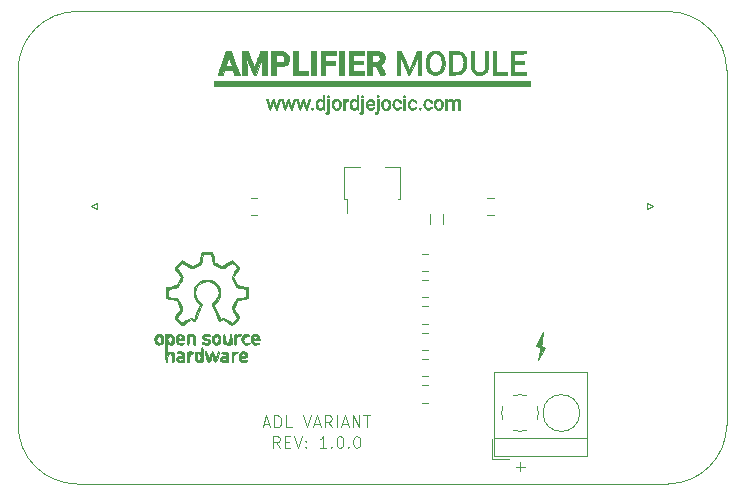
<source format=gbr>
%TF.GenerationSoftware,KiCad,Pcbnew,(5.1.8)-1*%
%TF.CreationDate,2021-02-01T21:18:50+01:00*%
%TF.ProjectId,adl-variant,61646c2d-7661-4726-9961-6e742e6b6963,rev?*%
%TF.SameCoordinates,Original*%
%TF.FileFunction,Legend,Top*%
%TF.FilePolarity,Positive*%
%FSLAX46Y46*%
G04 Gerber Fmt 4.6, Leading zero omitted, Abs format (unit mm)*
G04 Created by KiCad (PCBNEW (5.1.8)-1) date 2021-02-01 21:18:50*
%MOMM*%
%LPD*%
G01*
G04 APERTURE LIST*
%ADD10C,0.120000*%
%TA.AperFunction,Profile*%
%ADD11C,0.050000*%
%TD*%
%ADD12C,0.010000*%
%ADD13C,0.100000*%
G04 APERTURE END LIST*
D10*
X122154761Y-86952380D02*
X121821428Y-86476190D01*
X121583333Y-86952380D02*
X121583333Y-85952380D01*
X121964285Y-85952380D01*
X122059523Y-86000000D01*
X122107142Y-86047619D01*
X122154761Y-86142857D01*
X122154761Y-86285714D01*
X122107142Y-86380952D01*
X122059523Y-86428571D01*
X121964285Y-86476190D01*
X121583333Y-86476190D01*
X122583333Y-86428571D02*
X122916666Y-86428571D01*
X123059523Y-86952380D02*
X122583333Y-86952380D01*
X122583333Y-85952380D01*
X123059523Y-85952380D01*
X123345238Y-85952380D02*
X123678571Y-86952380D01*
X124011904Y-85952380D01*
X124345238Y-86857142D02*
X124392857Y-86904761D01*
X124345238Y-86952380D01*
X124297619Y-86904761D01*
X124345238Y-86857142D01*
X124345238Y-86952380D01*
X124345238Y-86333333D02*
X124392857Y-86380952D01*
X124345238Y-86428571D01*
X124297619Y-86380952D01*
X124345238Y-86333333D01*
X124345238Y-86428571D01*
X126107142Y-86952380D02*
X125535714Y-86952380D01*
X125821428Y-86952380D02*
X125821428Y-85952380D01*
X125726190Y-86095238D01*
X125630952Y-86190476D01*
X125535714Y-86238095D01*
X126535714Y-86857142D02*
X126583333Y-86904761D01*
X126535714Y-86952380D01*
X126488095Y-86904761D01*
X126535714Y-86857142D01*
X126535714Y-86952380D01*
X127202380Y-85952380D02*
X127297619Y-85952380D01*
X127392857Y-86000000D01*
X127440476Y-86047619D01*
X127488095Y-86142857D01*
X127535714Y-86333333D01*
X127535714Y-86571428D01*
X127488095Y-86761904D01*
X127440476Y-86857142D01*
X127392857Y-86904761D01*
X127297619Y-86952380D01*
X127202380Y-86952380D01*
X127107142Y-86904761D01*
X127059523Y-86857142D01*
X127011904Y-86761904D01*
X126964285Y-86571428D01*
X126964285Y-86333333D01*
X127011904Y-86142857D01*
X127059523Y-86047619D01*
X127107142Y-86000000D01*
X127202380Y-85952380D01*
X127964285Y-86857142D02*
X128011904Y-86904761D01*
X127964285Y-86952380D01*
X127916666Y-86904761D01*
X127964285Y-86857142D01*
X127964285Y-86952380D01*
X128630952Y-85952380D02*
X128726190Y-85952380D01*
X128821428Y-86000000D01*
X128869047Y-86047619D01*
X128916666Y-86142857D01*
X128964285Y-86333333D01*
X128964285Y-86571428D01*
X128916666Y-86761904D01*
X128869047Y-86857142D01*
X128821428Y-86904761D01*
X128726190Y-86952380D01*
X128630952Y-86952380D01*
X128535714Y-86904761D01*
X128488095Y-86857142D01*
X128440476Y-86761904D01*
X128392857Y-86571428D01*
X128392857Y-86333333D01*
X128440476Y-86142857D01*
X128488095Y-86047619D01*
X128535714Y-86000000D01*
X128630952Y-85952380D01*
X120797619Y-84916666D02*
X121273809Y-84916666D01*
X120702380Y-85202380D02*
X121035714Y-84202380D01*
X121369047Y-85202380D01*
X121702380Y-85202380D02*
X121702380Y-84202380D01*
X121940476Y-84202380D01*
X122083333Y-84250000D01*
X122178571Y-84345238D01*
X122226190Y-84440476D01*
X122273809Y-84630952D01*
X122273809Y-84773809D01*
X122226190Y-84964285D01*
X122178571Y-85059523D01*
X122083333Y-85154761D01*
X121940476Y-85202380D01*
X121702380Y-85202380D01*
X123178571Y-85202380D02*
X122702380Y-85202380D01*
X122702380Y-84202380D01*
X124130952Y-84202380D02*
X124464285Y-85202380D01*
X124797619Y-84202380D01*
X125083333Y-84916666D02*
X125559523Y-84916666D01*
X124988095Y-85202380D02*
X125321428Y-84202380D01*
X125654761Y-85202380D01*
X126559523Y-85202380D02*
X126226190Y-84726190D01*
X125988095Y-85202380D02*
X125988095Y-84202380D01*
X126369047Y-84202380D01*
X126464285Y-84250000D01*
X126511904Y-84297619D01*
X126559523Y-84392857D01*
X126559523Y-84535714D01*
X126511904Y-84630952D01*
X126464285Y-84678571D01*
X126369047Y-84726190D01*
X125988095Y-84726190D01*
X126988095Y-85202380D02*
X126988095Y-84202380D01*
X127416666Y-84916666D02*
X127892857Y-84916666D01*
X127321428Y-85202380D02*
X127654761Y-84202380D01*
X127988095Y-85202380D01*
X128321428Y-85202380D02*
X128321428Y-84202380D01*
X128892857Y-85202380D01*
X128892857Y-84202380D01*
X129226190Y-84202380D02*
X129797619Y-84202380D01*
X129511904Y-85202380D02*
X129511904Y-84202380D01*
X142119047Y-88571428D02*
X142880952Y-88571428D01*
X142500000Y-88952380D02*
X142500000Y-88190476D01*
D11*
X105000000Y-90000000D02*
G75*
G02*
X100000000Y-85000000I0J5000000D01*
G01*
X160000000Y-85000000D02*
G75*
G02*
X155000000Y-90000000I-5000000J0D01*
G01*
X155000000Y-50000000D02*
G75*
G02*
X160000000Y-55000000I0J-5000000D01*
G01*
X100000000Y-55000000D02*
G75*
G02*
X105000000Y-50000000I5000000J0D01*
G01*
X100000000Y-85000000D02*
X100000000Y-55000000D01*
X155000000Y-90000000D02*
X105000000Y-90000000D01*
X160000000Y-55000000D02*
X160000000Y-85000000D01*
X105000000Y-50000000D02*
X155000000Y-50000000D01*
D12*
%TO.C,G\u002A\u002A\u002A*%
G36*
X126353143Y-57967390D02*
G01*
X126348630Y-58141522D01*
X126342714Y-58298126D01*
X126335901Y-58427751D01*
X126328698Y-58520943D01*
X126321612Y-58568249D01*
X126320816Y-58570345D01*
X126275184Y-58620434D01*
X126201952Y-58658687D01*
X126122205Y-58678295D01*
X126057027Y-58672449D01*
X126039481Y-58661186D01*
X126022961Y-58624024D01*
X126022356Y-58579270D01*
X126035664Y-58551585D01*
X126048305Y-58552640D01*
X126092429Y-58554245D01*
X126132972Y-58539202D01*
X126152613Y-58525915D01*
X126167145Y-58504888D01*
X126177332Y-58468322D01*
X126183943Y-58408418D01*
X126187745Y-58317379D01*
X126189505Y-58187405D01*
X126189988Y-58010699D01*
X126190000Y-57959341D01*
X126190000Y-57410001D01*
X126364437Y-57410001D01*
X126353143Y-57967390D01*
G37*
X126353143Y-57967390D02*
X126348630Y-58141522D01*
X126342714Y-58298126D01*
X126335901Y-58427751D01*
X126328698Y-58520943D01*
X126321612Y-58568249D01*
X126320816Y-58570345D01*
X126275184Y-58620434D01*
X126201952Y-58658687D01*
X126122205Y-58678295D01*
X126057027Y-58672449D01*
X126039481Y-58661186D01*
X126022961Y-58624024D01*
X126022356Y-58579270D01*
X126035664Y-58551585D01*
X126048305Y-58552640D01*
X126092429Y-58554245D01*
X126132972Y-58539202D01*
X126152613Y-58525915D01*
X126167145Y-58504888D01*
X126177332Y-58468322D01*
X126183943Y-58408418D01*
X126187745Y-58317379D01*
X126189505Y-58187405D01*
X126189988Y-58010699D01*
X126190000Y-57959341D01*
X126190000Y-57410001D01*
X126364437Y-57410001D01*
X126353143Y-57967390D01*
G36*
X129231810Y-57967390D02*
G01*
X129227297Y-58141522D01*
X129221380Y-58298126D01*
X129214567Y-58427751D01*
X129207364Y-58520943D01*
X129200278Y-58568249D01*
X129199483Y-58570345D01*
X129153850Y-58620434D01*
X129080619Y-58658687D01*
X129000872Y-58678295D01*
X128935694Y-58672449D01*
X128918148Y-58661186D01*
X128901627Y-58624024D01*
X128901023Y-58579270D01*
X128914331Y-58551585D01*
X128926972Y-58552640D01*
X128971096Y-58554245D01*
X129011639Y-58539202D01*
X129031280Y-58525915D01*
X129045811Y-58504888D01*
X129055999Y-58468322D01*
X129062610Y-58408418D01*
X129066412Y-58317379D01*
X129068171Y-58187405D01*
X129068655Y-58010699D01*
X129068667Y-57959341D01*
X129068667Y-57410001D01*
X129243104Y-57410001D01*
X129231810Y-57967390D01*
G37*
X129231810Y-57967390D02*
X129227297Y-58141522D01*
X129221380Y-58298126D01*
X129214567Y-58427751D01*
X129207364Y-58520943D01*
X129200278Y-58568249D01*
X129199483Y-58570345D01*
X129153850Y-58620434D01*
X129080619Y-58658687D01*
X129000872Y-58678295D01*
X128935694Y-58672449D01*
X128918148Y-58661186D01*
X128901627Y-58624024D01*
X128901023Y-58579270D01*
X128914331Y-58551585D01*
X128926972Y-58552640D01*
X128971096Y-58554245D01*
X129011639Y-58539202D01*
X129031280Y-58525915D01*
X129045811Y-58504888D01*
X129055999Y-58468322D01*
X129062610Y-58408418D01*
X129066412Y-58317379D01*
X129068171Y-58187405D01*
X129068655Y-58010699D01*
X129068667Y-57959341D01*
X129068667Y-57410001D01*
X129243104Y-57410001D01*
X129231810Y-57967390D01*
G36*
X130530032Y-57967390D02*
G01*
X130525519Y-58141522D01*
X130519603Y-58298126D01*
X130512790Y-58427751D01*
X130505587Y-58520943D01*
X130498501Y-58568249D01*
X130497705Y-58570345D01*
X130452073Y-58620434D01*
X130378841Y-58658687D01*
X130299094Y-58678295D01*
X130233916Y-58672449D01*
X130216370Y-58661186D01*
X130199849Y-58624024D01*
X130199245Y-58579270D01*
X130212553Y-58551585D01*
X130225194Y-58552640D01*
X130269318Y-58554245D01*
X130309861Y-58539202D01*
X130329502Y-58525915D01*
X130344033Y-58504888D01*
X130354221Y-58468322D01*
X130360832Y-58408418D01*
X130364634Y-58317379D01*
X130366393Y-58187405D01*
X130366877Y-58010699D01*
X130366889Y-57959341D01*
X130366889Y-57410001D01*
X130541326Y-57410001D01*
X130530032Y-57967390D01*
G37*
X130530032Y-57967390D02*
X130525519Y-58141522D01*
X130519603Y-58298126D01*
X130512790Y-58427751D01*
X130505587Y-58520943D01*
X130498501Y-58568249D01*
X130497705Y-58570345D01*
X130452073Y-58620434D01*
X130378841Y-58658687D01*
X130299094Y-58678295D01*
X130233916Y-58672449D01*
X130216370Y-58661186D01*
X130199849Y-58624024D01*
X130199245Y-58579270D01*
X130212553Y-58551585D01*
X130225194Y-58552640D01*
X130269318Y-58554245D01*
X130309861Y-58539202D01*
X130329502Y-58525915D01*
X130344033Y-58504888D01*
X130354221Y-58468322D01*
X130360832Y-58408418D01*
X130364634Y-58317379D01*
X130366393Y-58187405D01*
X130366877Y-58010699D01*
X130366889Y-57959341D01*
X130366889Y-57410001D01*
X130541326Y-57410001D01*
X130530032Y-57967390D01*
G36*
X125936000Y-57678112D02*
G01*
X125935786Y-57883147D01*
X125934757Y-58038584D01*
X125932328Y-58151271D01*
X125927917Y-58228054D01*
X125920941Y-58275780D01*
X125910815Y-58301296D01*
X125896957Y-58311448D01*
X125881907Y-58313112D01*
X125831590Y-58297777D01*
X125816518Y-58279222D01*
X125793273Y-58263258D01*
X125737722Y-58278280D01*
X125704068Y-58293333D01*
X125600875Y-58331945D01*
X125512753Y-58334414D01*
X125412024Y-58301458D01*
X125410822Y-58300936D01*
X125319116Y-58232665D01*
X125254495Y-58127929D01*
X125216941Y-57999398D01*
X125207249Y-57870550D01*
X125343333Y-57870550D01*
X125361604Y-58007072D01*
X125411182Y-58113640D01*
X125484216Y-58184795D01*
X125572852Y-58215077D01*
X125669240Y-58199027D01*
X125745500Y-58150177D01*
X125771316Y-58115667D01*
X125786596Y-58059566D01*
X125793635Y-57969119D01*
X125794889Y-57875667D01*
X125792391Y-57752896D01*
X125783367Y-57673691D01*
X125765521Y-57625331D01*
X125745500Y-57602109D01*
X125647069Y-57546313D01*
X125550343Y-57541086D01*
X125463557Y-57580931D01*
X125394947Y-57660350D01*
X125352748Y-57773847D01*
X125343333Y-57870550D01*
X125207249Y-57870550D01*
X125206435Y-57859741D01*
X125222958Y-57721626D01*
X125266491Y-57597722D01*
X125337016Y-57500699D01*
X125412078Y-57451272D01*
X125516100Y-57417003D01*
X125599765Y-57416628D01*
X125687931Y-57450257D01*
X125692281Y-57452508D01*
X125751017Y-57481567D01*
X125783349Y-57494614D01*
X125784004Y-57494667D01*
X125789059Y-57468673D01*
X125792866Y-57399595D01*
X125794780Y-57300791D01*
X125794889Y-57268890D01*
X125795641Y-57156913D01*
X125800295Y-57089864D01*
X125812452Y-57056226D01*
X125835709Y-57044482D01*
X125865444Y-57043112D01*
X125936000Y-57043112D01*
X125936000Y-57678112D01*
G37*
X125936000Y-57678112D02*
X125935786Y-57883147D01*
X125934757Y-58038584D01*
X125932328Y-58151271D01*
X125927917Y-58228054D01*
X125920941Y-58275780D01*
X125910815Y-58301296D01*
X125896957Y-58311448D01*
X125881907Y-58313112D01*
X125831590Y-58297777D01*
X125816518Y-58279222D01*
X125793273Y-58263258D01*
X125737722Y-58278280D01*
X125704068Y-58293333D01*
X125600875Y-58331945D01*
X125512753Y-58334414D01*
X125412024Y-58301458D01*
X125410822Y-58300936D01*
X125319116Y-58232665D01*
X125254495Y-58127929D01*
X125216941Y-57999398D01*
X125207249Y-57870550D01*
X125343333Y-57870550D01*
X125361604Y-58007072D01*
X125411182Y-58113640D01*
X125484216Y-58184795D01*
X125572852Y-58215077D01*
X125669240Y-58199027D01*
X125745500Y-58150177D01*
X125771316Y-58115667D01*
X125786596Y-58059566D01*
X125793635Y-57969119D01*
X125794889Y-57875667D01*
X125792391Y-57752896D01*
X125783367Y-57673691D01*
X125765521Y-57625331D01*
X125745500Y-57602109D01*
X125647069Y-57546313D01*
X125550343Y-57541086D01*
X125463557Y-57580931D01*
X125394947Y-57660350D01*
X125352748Y-57773847D01*
X125343333Y-57870550D01*
X125207249Y-57870550D01*
X125206435Y-57859741D01*
X125222958Y-57721626D01*
X125266491Y-57597722D01*
X125337016Y-57500699D01*
X125412078Y-57451272D01*
X125516100Y-57417003D01*
X125599765Y-57416628D01*
X125687931Y-57450257D01*
X125692281Y-57452508D01*
X125751017Y-57481567D01*
X125783349Y-57494614D01*
X125784004Y-57494667D01*
X125789059Y-57468673D01*
X125792866Y-57399595D01*
X125794780Y-57300791D01*
X125794889Y-57268890D01*
X125795641Y-57156913D01*
X125800295Y-57089864D01*
X125812452Y-57056226D01*
X125835709Y-57044482D01*
X125865444Y-57043112D01*
X125936000Y-57043112D01*
X125936000Y-57678112D01*
G36*
X127064569Y-57435713D02*
G01*
X127185174Y-57499051D01*
X127283048Y-57604674D01*
X127330205Y-57716804D01*
X127349327Y-57855019D01*
X127340029Y-57996199D01*
X127301925Y-58117219D01*
X127291908Y-58135190D01*
X127196465Y-58245079D01*
X127076479Y-58312773D01*
X126944192Y-58334451D01*
X126811844Y-58306295D01*
X126784673Y-58293423D01*
X126675084Y-58216391D01*
X126605846Y-58116358D01*
X126570305Y-57981799D01*
X126563737Y-57910641D01*
X126563898Y-57827252D01*
X126703050Y-57827252D01*
X126703104Y-57950292D01*
X126732233Y-58063897D01*
X126791239Y-58153188D01*
X126835049Y-58185649D01*
X126913137Y-58220282D01*
X126978870Y-58222576D01*
X127047589Y-58201435D01*
X127120623Y-58145881D01*
X127173462Y-58051835D01*
X127202725Y-57934686D01*
X127205036Y-57809823D01*
X127177016Y-57692635D01*
X127164997Y-57666574D01*
X127094094Y-57582580D01*
X126997999Y-57538826D01*
X126893542Y-57541929D01*
X126869313Y-57550292D01*
X126786957Y-57612374D01*
X126731268Y-57709654D01*
X126703050Y-57827252D01*
X126563898Y-57827252D01*
X126563987Y-57781294D01*
X126584036Y-57684749D01*
X126604752Y-57637785D01*
X126694188Y-57520033D01*
X126808012Y-57446744D01*
X126935161Y-57418457D01*
X127064569Y-57435713D01*
G37*
X127064569Y-57435713D02*
X127185174Y-57499051D01*
X127283048Y-57604674D01*
X127330205Y-57716804D01*
X127349327Y-57855019D01*
X127340029Y-57996199D01*
X127301925Y-58117219D01*
X127291908Y-58135190D01*
X127196465Y-58245079D01*
X127076479Y-58312773D01*
X126944192Y-58334451D01*
X126811844Y-58306295D01*
X126784673Y-58293423D01*
X126675084Y-58216391D01*
X126605846Y-58116358D01*
X126570305Y-57981799D01*
X126563737Y-57910641D01*
X126563898Y-57827252D01*
X126703050Y-57827252D01*
X126703104Y-57950292D01*
X126732233Y-58063897D01*
X126791239Y-58153188D01*
X126835049Y-58185649D01*
X126913137Y-58220282D01*
X126978870Y-58222576D01*
X127047589Y-58201435D01*
X127120623Y-58145881D01*
X127173462Y-58051835D01*
X127202725Y-57934686D01*
X127205036Y-57809823D01*
X127177016Y-57692635D01*
X127164997Y-57666574D01*
X127094094Y-57582580D01*
X126997999Y-57538826D01*
X126893542Y-57541929D01*
X126869313Y-57550292D01*
X126786957Y-57612374D01*
X126731268Y-57709654D01*
X126703050Y-57827252D01*
X126563898Y-57827252D01*
X126563987Y-57781294D01*
X126584036Y-57684749D01*
X126604752Y-57637785D01*
X126694188Y-57520033D01*
X126808012Y-57446744D01*
X126935161Y-57418457D01*
X127064569Y-57435713D01*
G36*
X128814667Y-57678112D02*
G01*
X128814453Y-57883147D01*
X128813423Y-58038584D01*
X128810995Y-58151271D01*
X128806584Y-58228054D01*
X128799607Y-58275780D01*
X128789482Y-58301296D01*
X128775624Y-58311448D01*
X128760574Y-58313112D01*
X128710257Y-58297777D01*
X128695185Y-58279222D01*
X128671939Y-58263258D01*
X128616388Y-58278280D01*
X128582734Y-58293333D01*
X128479542Y-58331945D01*
X128391420Y-58334414D01*
X128290691Y-58301458D01*
X128289489Y-58300936D01*
X128197783Y-58232665D01*
X128133162Y-58127929D01*
X128095608Y-57999398D01*
X128085916Y-57870550D01*
X128222000Y-57870550D01*
X128240271Y-58007072D01*
X128289849Y-58113640D01*
X128362882Y-58184795D01*
X128451519Y-58215077D01*
X128547907Y-58199027D01*
X128624167Y-58150177D01*
X128649983Y-58115667D01*
X128665263Y-58059566D01*
X128672302Y-57969119D01*
X128673555Y-57875667D01*
X128671058Y-57752896D01*
X128662034Y-57673691D01*
X128644187Y-57625331D01*
X128624167Y-57602109D01*
X128525735Y-57546313D01*
X128429009Y-57541086D01*
X128342224Y-57580931D01*
X128273614Y-57660350D01*
X128231415Y-57773847D01*
X128222000Y-57870550D01*
X128085916Y-57870550D01*
X128085102Y-57859741D01*
X128101625Y-57721626D01*
X128145158Y-57597722D01*
X128215683Y-57500699D01*
X128290745Y-57451272D01*
X128394767Y-57417003D01*
X128478431Y-57416628D01*
X128566597Y-57450257D01*
X128570948Y-57452508D01*
X128629684Y-57481567D01*
X128662016Y-57494614D01*
X128662670Y-57494667D01*
X128667726Y-57468673D01*
X128671532Y-57399595D01*
X128673446Y-57300791D01*
X128673555Y-57268890D01*
X128674307Y-57156913D01*
X128678962Y-57089864D01*
X128691119Y-57056226D01*
X128714376Y-57044482D01*
X128744111Y-57043112D01*
X128814667Y-57043112D01*
X128814667Y-57678112D01*
G37*
X128814667Y-57678112D02*
X128814453Y-57883147D01*
X128813423Y-58038584D01*
X128810995Y-58151271D01*
X128806584Y-58228054D01*
X128799607Y-58275780D01*
X128789482Y-58301296D01*
X128775624Y-58311448D01*
X128760574Y-58313112D01*
X128710257Y-58297777D01*
X128695185Y-58279222D01*
X128671939Y-58263258D01*
X128616388Y-58278280D01*
X128582734Y-58293333D01*
X128479542Y-58331945D01*
X128391420Y-58334414D01*
X128290691Y-58301458D01*
X128289489Y-58300936D01*
X128197783Y-58232665D01*
X128133162Y-58127929D01*
X128095608Y-57999398D01*
X128085916Y-57870550D01*
X128222000Y-57870550D01*
X128240271Y-58007072D01*
X128289849Y-58113640D01*
X128362882Y-58184795D01*
X128451519Y-58215077D01*
X128547907Y-58199027D01*
X128624167Y-58150177D01*
X128649983Y-58115667D01*
X128665263Y-58059566D01*
X128672302Y-57969119D01*
X128673555Y-57875667D01*
X128671058Y-57752896D01*
X128662034Y-57673691D01*
X128644187Y-57625331D01*
X128624167Y-57602109D01*
X128525735Y-57546313D01*
X128429009Y-57541086D01*
X128342224Y-57580931D01*
X128273614Y-57660350D01*
X128231415Y-57773847D01*
X128222000Y-57870550D01*
X128085916Y-57870550D01*
X128085102Y-57859741D01*
X128101625Y-57721626D01*
X128145158Y-57597722D01*
X128215683Y-57500699D01*
X128290745Y-57451272D01*
X128394767Y-57417003D01*
X128478431Y-57416628D01*
X128566597Y-57450257D01*
X128570948Y-57452508D01*
X128629684Y-57481567D01*
X128662016Y-57494614D01*
X128662670Y-57494667D01*
X128667726Y-57468673D01*
X128671532Y-57399595D01*
X128673446Y-57300791D01*
X128673555Y-57268890D01*
X128674307Y-57156913D01*
X128678962Y-57089864D01*
X128691119Y-57056226D01*
X128714376Y-57044482D01*
X128744111Y-57043112D01*
X128814667Y-57043112D01*
X128814667Y-57678112D01*
G36*
X129929137Y-57428906D02*
G01*
X129970931Y-57444584D01*
X130066527Y-57523969D01*
X130135968Y-57638339D01*
X130168288Y-57768318D01*
X130169333Y-57795174D01*
X130169333Y-57918001D01*
X129873000Y-57918001D01*
X129730957Y-57919464D01*
X129638506Y-57926831D01*
X129588816Y-57944562D01*
X129575053Y-57977122D01*
X129590384Y-58028972D01*
X129617669Y-58084760D01*
X129688950Y-58167266D01*
X129787752Y-58211754D01*
X129897659Y-58215644D01*
X130002261Y-58176358D01*
X130036156Y-58150522D01*
X130078678Y-58120546D01*
X130112298Y-58132234D01*
X130130288Y-58149083D01*
X130154332Y-58181503D01*
X130143127Y-58210588D01*
X130090274Y-58252674D01*
X130089480Y-58253240D01*
X129965900Y-58312211D01*
X129828670Y-58331530D01*
X129698860Y-58309207D01*
X129663339Y-58293477D01*
X129553737Y-58216359D01*
X129484454Y-58116213D01*
X129448829Y-57981507D01*
X129442231Y-57910641D01*
X129448756Y-57795212D01*
X129576667Y-57795212D01*
X129602661Y-57799810D01*
X129671740Y-57803272D01*
X129770544Y-57805013D01*
X129802444Y-57805112D01*
X129914530Y-57804192D01*
X129981660Y-57799252D01*
X130015318Y-57787023D01*
X130026987Y-57764236D01*
X130028222Y-57740836D01*
X130006219Y-57644415D01*
X129948970Y-57578472D01*
X129869615Y-57544424D01*
X129781295Y-57543685D01*
X129697150Y-57577670D01*
X129630322Y-57647795D01*
X129607948Y-57695577D01*
X129586749Y-57759025D01*
X129576777Y-57794061D01*
X129576667Y-57795212D01*
X129448756Y-57795212D01*
X129451959Y-57738554D01*
X129504161Y-57601098D01*
X129600611Y-57493797D01*
X129610195Y-57486453D01*
X129706471Y-57440051D01*
X129821373Y-57419872D01*
X129929137Y-57428906D01*
G37*
X129929137Y-57428906D02*
X129970931Y-57444584D01*
X130066527Y-57523969D01*
X130135968Y-57638339D01*
X130168288Y-57768318D01*
X130169333Y-57795174D01*
X130169333Y-57918001D01*
X129873000Y-57918001D01*
X129730957Y-57919464D01*
X129638506Y-57926831D01*
X129588816Y-57944562D01*
X129575053Y-57977122D01*
X129590384Y-58028972D01*
X129617669Y-58084760D01*
X129688950Y-58167266D01*
X129787752Y-58211754D01*
X129897659Y-58215644D01*
X130002261Y-58176358D01*
X130036156Y-58150522D01*
X130078678Y-58120546D01*
X130112298Y-58132234D01*
X130130288Y-58149083D01*
X130154332Y-58181503D01*
X130143127Y-58210588D01*
X130090274Y-58252674D01*
X130089480Y-58253240D01*
X129965900Y-58312211D01*
X129828670Y-58331530D01*
X129698860Y-58309207D01*
X129663339Y-58293477D01*
X129553737Y-58216359D01*
X129484454Y-58116213D01*
X129448829Y-57981507D01*
X129442231Y-57910641D01*
X129448756Y-57795212D01*
X129576667Y-57795212D01*
X129602661Y-57799810D01*
X129671740Y-57803272D01*
X129770544Y-57805013D01*
X129802444Y-57805112D01*
X129914530Y-57804192D01*
X129981660Y-57799252D01*
X130015318Y-57787023D01*
X130026987Y-57764236D01*
X130028222Y-57740836D01*
X130006219Y-57644415D01*
X129948970Y-57578472D01*
X129869615Y-57544424D01*
X129781295Y-57543685D01*
X129697150Y-57577670D01*
X129630322Y-57647795D01*
X129607948Y-57695577D01*
X129586749Y-57759025D01*
X129576777Y-57794061D01*
X129576667Y-57795212D01*
X129448756Y-57795212D01*
X129451959Y-57738554D01*
X129504161Y-57601098D01*
X129600611Y-57493797D01*
X129610195Y-57486453D01*
X129706471Y-57440051D01*
X129821373Y-57419872D01*
X129929137Y-57428906D01*
G36*
X131241458Y-57435713D02*
G01*
X131362063Y-57499051D01*
X131459937Y-57604674D01*
X131507094Y-57716804D01*
X131526216Y-57855019D01*
X131516918Y-57996199D01*
X131478814Y-58117219D01*
X131468797Y-58135190D01*
X131373354Y-58245079D01*
X131253368Y-58312773D01*
X131121081Y-58334451D01*
X130988733Y-58306295D01*
X130961562Y-58293423D01*
X130851973Y-58216391D01*
X130782735Y-58116358D01*
X130747194Y-57981799D01*
X130740626Y-57910641D01*
X130740787Y-57827252D01*
X130879939Y-57827252D01*
X130879993Y-57950292D01*
X130909122Y-58063897D01*
X130968128Y-58153188D01*
X131011938Y-58185649D01*
X131090026Y-58220282D01*
X131155759Y-58222576D01*
X131224478Y-58201435D01*
X131297512Y-58145881D01*
X131350350Y-58051835D01*
X131379614Y-57934686D01*
X131381925Y-57809823D01*
X131353905Y-57692635D01*
X131341886Y-57666574D01*
X131270983Y-57582580D01*
X131174888Y-57538826D01*
X131070431Y-57541929D01*
X131046202Y-57550292D01*
X130963846Y-57612374D01*
X130908157Y-57709654D01*
X130879939Y-57827252D01*
X130740787Y-57827252D01*
X130740876Y-57781294D01*
X130760925Y-57684749D01*
X130781641Y-57637785D01*
X130871077Y-57520033D01*
X130984901Y-57446744D01*
X131112050Y-57418457D01*
X131241458Y-57435713D01*
G37*
X131241458Y-57435713D02*
X131362063Y-57499051D01*
X131459937Y-57604674D01*
X131507094Y-57716804D01*
X131526216Y-57855019D01*
X131516918Y-57996199D01*
X131478814Y-58117219D01*
X131468797Y-58135190D01*
X131373354Y-58245079D01*
X131253368Y-58312773D01*
X131121081Y-58334451D01*
X130988733Y-58306295D01*
X130961562Y-58293423D01*
X130851973Y-58216391D01*
X130782735Y-58116358D01*
X130747194Y-57981799D01*
X130740626Y-57910641D01*
X130740787Y-57827252D01*
X130879939Y-57827252D01*
X130879993Y-57950292D01*
X130909122Y-58063897D01*
X130968128Y-58153188D01*
X131011938Y-58185649D01*
X131090026Y-58220282D01*
X131155759Y-58222576D01*
X131224478Y-58201435D01*
X131297512Y-58145881D01*
X131350350Y-58051835D01*
X131379614Y-57934686D01*
X131381925Y-57809823D01*
X131353905Y-57692635D01*
X131341886Y-57666574D01*
X131270983Y-57582580D01*
X131174888Y-57538826D01*
X131070431Y-57541929D01*
X131046202Y-57550292D01*
X130963846Y-57612374D01*
X130908157Y-57709654D01*
X130879939Y-57827252D01*
X130740787Y-57827252D01*
X130740876Y-57781294D01*
X130760925Y-57684749D01*
X130781641Y-57637785D01*
X130871077Y-57520033D01*
X130984901Y-57446744D01*
X131112050Y-57418457D01*
X131241458Y-57435713D01*
G36*
X132147742Y-57424246D02*
G01*
X132256717Y-57464816D01*
X132348825Y-57532245D01*
X132409966Y-57616780D01*
X132427111Y-57690821D01*
X132406388Y-57717812D01*
X132359514Y-57720648D01*
X132309431Y-57703028D01*
X132279081Y-57668650D01*
X132278574Y-57666875D01*
X132233813Y-57595965D01*
X132154299Y-57547840D01*
X132060408Y-57533177D01*
X132031094Y-57537200D01*
X131933473Y-57584817D01*
X131870116Y-57676610D01*
X131841579Y-57811476D01*
X131841343Y-57911536D01*
X131860032Y-58046880D01*
X131902236Y-58137646D01*
X131974299Y-58193029D01*
X132052134Y-58216950D01*
X132117915Y-58221872D01*
X132172416Y-58198754D01*
X132230596Y-58147080D01*
X132292873Y-58097349D01*
X132356603Y-58064805D01*
X132406456Y-58055101D01*
X132427101Y-58073889D01*
X132427111Y-58074624D01*
X132405726Y-58138250D01*
X132352389Y-58211336D01*
X132283324Y-58273936D01*
X132247700Y-58295195D01*
X132126967Y-58335521D01*
X132016637Y-58329724D01*
X131921117Y-58291901D01*
X131811866Y-58216507D01*
X131742555Y-58116948D01*
X131706818Y-57982240D01*
X131700181Y-57910641D01*
X131711048Y-57736556D01*
X131763514Y-57596493D01*
X131855329Y-57493737D01*
X131984245Y-57431571D01*
X132035998Y-57420286D01*
X132147742Y-57424246D01*
G37*
X132147742Y-57424246D02*
X132256717Y-57464816D01*
X132348825Y-57532245D01*
X132409966Y-57616780D01*
X132427111Y-57690821D01*
X132406388Y-57717812D01*
X132359514Y-57720648D01*
X132309431Y-57703028D01*
X132279081Y-57668650D01*
X132278574Y-57666875D01*
X132233813Y-57595965D01*
X132154299Y-57547840D01*
X132060408Y-57533177D01*
X132031094Y-57537200D01*
X131933473Y-57584817D01*
X131870116Y-57676610D01*
X131841579Y-57811476D01*
X131841343Y-57911536D01*
X131860032Y-58046880D01*
X131902236Y-58137646D01*
X131974299Y-58193029D01*
X132052134Y-58216950D01*
X132117915Y-58221872D01*
X132172416Y-58198754D01*
X132230596Y-58147080D01*
X132292873Y-58097349D01*
X132356603Y-58064805D01*
X132406456Y-58055101D01*
X132427101Y-58073889D01*
X132427111Y-58074624D01*
X132405726Y-58138250D01*
X132352389Y-58211336D01*
X132283324Y-58273936D01*
X132247700Y-58295195D01*
X132126967Y-58335521D01*
X132016637Y-58329724D01*
X131921117Y-58291901D01*
X131811866Y-58216507D01*
X131742555Y-58116948D01*
X131706818Y-57982240D01*
X131700181Y-57910641D01*
X131711048Y-57736556D01*
X131763514Y-57596493D01*
X131855329Y-57493737D01*
X131984245Y-57431571D01*
X132035998Y-57420286D01*
X132147742Y-57424246D01*
G36*
X133445964Y-57424246D02*
G01*
X133554939Y-57464816D01*
X133647047Y-57532245D01*
X133708188Y-57616780D01*
X133725333Y-57690821D01*
X133704610Y-57717812D01*
X133657736Y-57720648D01*
X133607653Y-57703028D01*
X133577303Y-57668650D01*
X133576796Y-57666875D01*
X133532035Y-57595965D01*
X133452521Y-57547840D01*
X133358630Y-57533177D01*
X133329316Y-57537200D01*
X133231696Y-57584817D01*
X133168338Y-57676610D01*
X133139801Y-57811476D01*
X133139565Y-57911536D01*
X133158254Y-58046880D01*
X133200458Y-58137646D01*
X133272522Y-58193029D01*
X133350356Y-58216950D01*
X133416138Y-58221872D01*
X133470638Y-58198754D01*
X133528818Y-58147080D01*
X133591095Y-58097349D01*
X133654825Y-58064805D01*
X133704678Y-58055101D01*
X133725323Y-58073889D01*
X133725333Y-58074624D01*
X133703948Y-58138250D01*
X133650611Y-58211336D01*
X133581546Y-58273936D01*
X133545922Y-58295195D01*
X133425189Y-58335521D01*
X133314859Y-58329724D01*
X133219339Y-58291901D01*
X133110088Y-58216507D01*
X133040777Y-58116948D01*
X133005040Y-57982240D01*
X132998403Y-57910641D01*
X133009271Y-57736556D01*
X133061736Y-57596493D01*
X133153551Y-57493737D01*
X133282467Y-57431571D01*
X133334220Y-57420286D01*
X133445964Y-57424246D01*
G37*
X133445964Y-57424246D02*
X133554939Y-57464816D01*
X133647047Y-57532245D01*
X133708188Y-57616780D01*
X133725333Y-57690821D01*
X133704610Y-57717812D01*
X133657736Y-57720648D01*
X133607653Y-57703028D01*
X133577303Y-57668650D01*
X133576796Y-57666875D01*
X133532035Y-57595965D01*
X133452521Y-57547840D01*
X133358630Y-57533177D01*
X133329316Y-57537200D01*
X133231696Y-57584817D01*
X133168338Y-57676610D01*
X133139801Y-57811476D01*
X133139565Y-57911536D01*
X133158254Y-58046880D01*
X133200458Y-58137646D01*
X133272522Y-58193029D01*
X133350356Y-58216950D01*
X133416138Y-58221872D01*
X133470638Y-58198754D01*
X133528818Y-58147080D01*
X133591095Y-58097349D01*
X133654825Y-58064805D01*
X133704678Y-58055101D01*
X133725323Y-58073889D01*
X133725333Y-58074624D01*
X133703948Y-58138250D01*
X133650611Y-58211336D01*
X133581546Y-58273936D01*
X133545922Y-58295195D01*
X133425189Y-58335521D01*
X133314859Y-58329724D01*
X133219339Y-58291901D01*
X133110088Y-58216507D01*
X133040777Y-58116948D01*
X133005040Y-57982240D01*
X132998403Y-57910641D01*
X133009271Y-57736556D01*
X133061736Y-57596493D01*
X133153551Y-57493737D01*
X133282467Y-57431571D01*
X133334220Y-57420286D01*
X133445964Y-57424246D01*
G36*
X134772409Y-57424246D02*
G01*
X134881384Y-57464816D01*
X134973491Y-57532245D01*
X135034633Y-57616780D01*
X135051778Y-57690821D01*
X135031055Y-57717812D01*
X134984180Y-57720648D01*
X134934097Y-57703028D01*
X134903747Y-57668650D01*
X134903241Y-57666875D01*
X134858480Y-57595965D01*
X134778965Y-57547840D01*
X134685075Y-57533177D01*
X134655761Y-57537200D01*
X134558140Y-57584817D01*
X134494782Y-57676610D01*
X134466246Y-57811476D01*
X134466009Y-57911536D01*
X134484698Y-58046880D01*
X134526902Y-58137646D01*
X134598966Y-58193029D01*
X134676800Y-58216950D01*
X134742582Y-58221872D01*
X134797082Y-58198754D01*
X134855262Y-58147080D01*
X134917540Y-58097349D01*
X134981270Y-58064805D01*
X135031122Y-58055101D01*
X135051768Y-58073889D01*
X135051778Y-58074624D01*
X135030393Y-58138250D01*
X134977056Y-58211336D01*
X134907991Y-58273936D01*
X134872367Y-58295195D01*
X134751634Y-58335521D01*
X134641304Y-58329724D01*
X134545784Y-58291901D01*
X134436533Y-58216507D01*
X134367221Y-58116948D01*
X134331485Y-57982240D01*
X134324848Y-57910641D01*
X134335715Y-57736556D01*
X134388181Y-57596493D01*
X134479996Y-57493737D01*
X134608912Y-57431571D01*
X134660664Y-57420286D01*
X134772409Y-57424246D01*
G37*
X134772409Y-57424246D02*
X134881384Y-57464816D01*
X134973491Y-57532245D01*
X135034633Y-57616780D01*
X135051778Y-57690821D01*
X135031055Y-57717812D01*
X134984180Y-57720648D01*
X134934097Y-57703028D01*
X134903747Y-57668650D01*
X134903241Y-57666875D01*
X134858480Y-57595965D01*
X134778965Y-57547840D01*
X134685075Y-57533177D01*
X134655761Y-57537200D01*
X134558140Y-57584817D01*
X134494782Y-57676610D01*
X134466246Y-57811476D01*
X134466009Y-57911536D01*
X134484698Y-58046880D01*
X134526902Y-58137646D01*
X134598966Y-58193029D01*
X134676800Y-58216950D01*
X134742582Y-58221872D01*
X134797082Y-58198754D01*
X134855262Y-58147080D01*
X134917540Y-58097349D01*
X134981270Y-58064805D01*
X135031122Y-58055101D01*
X135051768Y-58073889D01*
X135051778Y-58074624D01*
X135030393Y-58138250D01*
X134977056Y-58211336D01*
X134907991Y-58273936D01*
X134872367Y-58295195D01*
X134751634Y-58335521D01*
X134641304Y-58329724D01*
X134545784Y-58291901D01*
X134436533Y-58216507D01*
X134367221Y-58116948D01*
X134331485Y-57982240D01*
X134324848Y-57910641D01*
X134335715Y-57736556D01*
X134388181Y-57596493D01*
X134479996Y-57493737D01*
X134608912Y-57431571D01*
X134660664Y-57420286D01*
X134772409Y-57424246D01*
G36*
X135700569Y-57435713D02*
G01*
X135821174Y-57499051D01*
X135919048Y-57604674D01*
X135966205Y-57716804D01*
X135985327Y-57855019D01*
X135976029Y-57996199D01*
X135937925Y-58117219D01*
X135927908Y-58135190D01*
X135832465Y-58245079D01*
X135712479Y-58312773D01*
X135580192Y-58334451D01*
X135447844Y-58306295D01*
X135420673Y-58293423D01*
X135311084Y-58216391D01*
X135241846Y-58116358D01*
X135206305Y-57981799D01*
X135199737Y-57910641D01*
X135199898Y-57827252D01*
X135339050Y-57827252D01*
X135339104Y-57950292D01*
X135368233Y-58063897D01*
X135427239Y-58153188D01*
X135471049Y-58185649D01*
X135549137Y-58220282D01*
X135614870Y-58222576D01*
X135683589Y-58201435D01*
X135756623Y-58145881D01*
X135809462Y-58051835D01*
X135838725Y-57934686D01*
X135841036Y-57809823D01*
X135813016Y-57692635D01*
X135800997Y-57666574D01*
X135730094Y-57582580D01*
X135633999Y-57538826D01*
X135529542Y-57541929D01*
X135505313Y-57550292D01*
X135422957Y-57612374D01*
X135367268Y-57709654D01*
X135339050Y-57827252D01*
X135199898Y-57827252D01*
X135199987Y-57781294D01*
X135220036Y-57684749D01*
X135240752Y-57637785D01*
X135330188Y-57520033D01*
X135444012Y-57446744D01*
X135571161Y-57418457D01*
X135700569Y-57435713D01*
G37*
X135700569Y-57435713D02*
X135821174Y-57499051D01*
X135919048Y-57604674D01*
X135966205Y-57716804D01*
X135985327Y-57855019D01*
X135976029Y-57996199D01*
X135937925Y-58117219D01*
X135927908Y-58135190D01*
X135832465Y-58245079D01*
X135712479Y-58312773D01*
X135580192Y-58334451D01*
X135447844Y-58306295D01*
X135420673Y-58293423D01*
X135311084Y-58216391D01*
X135241846Y-58116358D01*
X135206305Y-57981799D01*
X135199737Y-57910641D01*
X135199898Y-57827252D01*
X135339050Y-57827252D01*
X135339104Y-57950292D01*
X135368233Y-58063897D01*
X135427239Y-58153188D01*
X135471049Y-58185649D01*
X135549137Y-58220282D01*
X135614870Y-58222576D01*
X135683589Y-58201435D01*
X135756623Y-58145881D01*
X135809462Y-58051835D01*
X135838725Y-57934686D01*
X135841036Y-57809823D01*
X135813016Y-57692635D01*
X135800997Y-57666574D01*
X135730094Y-57582580D01*
X135633999Y-57538826D01*
X135529542Y-57541929D01*
X135505313Y-57550292D01*
X135422957Y-57612374D01*
X135367268Y-57709654D01*
X135339050Y-57827252D01*
X135199898Y-57827252D01*
X135199987Y-57781294D01*
X135220036Y-57684749D01*
X135240752Y-57637785D01*
X135330188Y-57520033D01*
X135444012Y-57446744D01*
X135571161Y-57418457D01*
X135700569Y-57435713D01*
G36*
X122146144Y-57410368D02*
G01*
X122164177Y-57416227D01*
X122172637Y-57434716D01*
X122170522Y-57472972D01*
X122156827Y-57538135D01*
X122130549Y-57637341D01*
X122090685Y-57777728D01*
X122046134Y-57932112D01*
X122001096Y-58083817D01*
X121966218Y-58188945D01*
X121937937Y-58255670D01*
X121912693Y-58292165D01*
X121886923Y-58306605D01*
X121882620Y-58307399D01*
X121856875Y-58305029D01*
X121833072Y-58284299D01*
X121807106Y-58237063D01*
X121774876Y-58155175D01*
X121732278Y-58030489D01*
X121712044Y-57968732D01*
X121599067Y-57621667D01*
X121490928Y-57967390D01*
X121442693Y-58116281D01*
X121405226Y-58217852D01*
X121375173Y-58279434D01*
X121349179Y-58308355D01*
X121332727Y-58313112D01*
X121283150Y-58302643D01*
X121269542Y-58291880D01*
X121256367Y-58256445D01*
X121231742Y-58178505D01*
X121199081Y-58069957D01*
X121161796Y-57942698D01*
X121123300Y-57808626D01*
X121087003Y-57679638D01*
X121056320Y-57567631D01*
X121034662Y-57484504D01*
X121025442Y-57442153D01*
X121025333Y-57440421D01*
X121049256Y-57416763D01*
X121089444Y-57410001D01*
X121117964Y-57414612D01*
X121141253Y-57434503D01*
X121163389Y-57478757D01*
X121188451Y-57556456D01*
X121220518Y-57676685D01*
X121235173Y-57734556D01*
X121268202Y-57860692D01*
X121297732Y-57963943D01*
X121320531Y-58033628D01*
X121333340Y-58059066D01*
X121347288Y-58033664D01*
X121373103Y-57964502D01*
X121407124Y-57862085D01*
X121445690Y-57736920D01*
X121446407Y-57734510D01*
X121488957Y-57595411D01*
X121521300Y-57502152D01*
X121547646Y-57445998D01*
X121572200Y-57418217D01*
X121599171Y-57410073D01*
X121602738Y-57410001D01*
X121630525Y-57416445D01*
X121655240Y-57441668D01*
X121681159Y-57494502D01*
X121712556Y-57583779D01*
X121753708Y-57718333D01*
X121756422Y-57727501D01*
X121794922Y-57854102D01*
X121829308Y-57960574D01*
X121855703Y-58035326D01*
X121869801Y-58066356D01*
X121883312Y-58049011D01*
X121906112Y-57986235D01*
X121935137Y-57887672D01*
X121967320Y-57762967D01*
X121970732Y-57748856D01*
X122005519Y-57607131D01*
X122031887Y-57511496D01*
X122053779Y-57452970D01*
X122075142Y-57422568D01*
X122099920Y-57411309D01*
X122119542Y-57410001D01*
X122146144Y-57410368D01*
G37*
X122146144Y-57410368D02*
X122164177Y-57416227D01*
X122172637Y-57434716D01*
X122170522Y-57472972D01*
X122156827Y-57538135D01*
X122130549Y-57637341D01*
X122090685Y-57777728D01*
X122046134Y-57932112D01*
X122001096Y-58083817D01*
X121966218Y-58188945D01*
X121937937Y-58255670D01*
X121912693Y-58292165D01*
X121886923Y-58306605D01*
X121882620Y-58307399D01*
X121856875Y-58305029D01*
X121833072Y-58284299D01*
X121807106Y-58237063D01*
X121774876Y-58155175D01*
X121732278Y-58030489D01*
X121712044Y-57968732D01*
X121599067Y-57621667D01*
X121490928Y-57967390D01*
X121442693Y-58116281D01*
X121405226Y-58217852D01*
X121375173Y-58279434D01*
X121349179Y-58308355D01*
X121332727Y-58313112D01*
X121283150Y-58302643D01*
X121269542Y-58291880D01*
X121256367Y-58256445D01*
X121231742Y-58178505D01*
X121199081Y-58069957D01*
X121161796Y-57942698D01*
X121123300Y-57808626D01*
X121087003Y-57679638D01*
X121056320Y-57567631D01*
X121034662Y-57484504D01*
X121025442Y-57442153D01*
X121025333Y-57440421D01*
X121049256Y-57416763D01*
X121089444Y-57410001D01*
X121117964Y-57414612D01*
X121141253Y-57434503D01*
X121163389Y-57478757D01*
X121188451Y-57556456D01*
X121220518Y-57676685D01*
X121235173Y-57734556D01*
X121268202Y-57860692D01*
X121297732Y-57963943D01*
X121320531Y-58033628D01*
X121333340Y-58059066D01*
X121347288Y-58033664D01*
X121373103Y-57964502D01*
X121407124Y-57862085D01*
X121445690Y-57736920D01*
X121446407Y-57734510D01*
X121488957Y-57595411D01*
X121521300Y-57502152D01*
X121547646Y-57445998D01*
X121572200Y-57418217D01*
X121599171Y-57410073D01*
X121602738Y-57410001D01*
X121630525Y-57416445D01*
X121655240Y-57441668D01*
X121681159Y-57494502D01*
X121712556Y-57583779D01*
X121753708Y-57718333D01*
X121756422Y-57727501D01*
X121794922Y-57854102D01*
X121829308Y-57960574D01*
X121855703Y-58035326D01*
X121869801Y-58066356D01*
X121883312Y-58049011D01*
X121906112Y-57986235D01*
X121935137Y-57887672D01*
X121967320Y-57762967D01*
X121970732Y-57748856D01*
X122005519Y-57607131D01*
X122031887Y-57511496D01*
X122053779Y-57452970D01*
X122075142Y-57422568D01*
X122099920Y-57411309D01*
X122119542Y-57410001D01*
X122146144Y-57410368D01*
G36*
X123416144Y-57410368D02*
G01*
X123434177Y-57416227D01*
X123442637Y-57434716D01*
X123440522Y-57472972D01*
X123426827Y-57538135D01*
X123400549Y-57637341D01*
X123360685Y-57777728D01*
X123316134Y-57932112D01*
X123271096Y-58083817D01*
X123236218Y-58188945D01*
X123207937Y-58255670D01*
X123182693Y-58292165D01*
X123156923Y-58306605D01*
X123152620Y-58307399D01*
X123126875Y-58305029D01*
X123103072Y-58284299D01*
X123077106Y-58237063D01*
X123044876Y-58155175D01*
X123002278Y-58030489D01*
X122982044Y-57968732D01*
X122869067Y-57621667D01*
X122760928Y-57967390D01*
X122712693Y-58116281D01*
X122675226Y-58217852D01*
X122645173Y-58279434D01*
X122619179Y-58308355D01*
X122602727Y-58313112D01*
X122553150Y-58302643D01*
X122539542Y-58291880D01*
X122526367Y-58256445D01*
X122501742Y-58178505D01*
X122469081Y-58069957D01*
X122431796Y-57942698D01*
X122393300Y-57808626D01*
X122357003Y-57679638D01*
X122326320Y-57567631D01*
X122304662Y-57484504D01*
X122295442Y-57442153D01*
X122295333Y-57440421D01*
X122319256Y-57416763D01*
X122359444Y-57410001D01*
X122387964Y-57414612D01*
X122411253Y-57434503D01*
X122433389Y-57478757D01*
X122458451Y-57556456D01*
X122490518Y-57676685D01*
X122505173Y-57734556D01*
X122538202Y-57860692D01*
X122567732Y-57963943D01*
X122590531Y-58033628D01*
X122603340Y-58059066D01*
X122617288Y-58033664D01*
X122643103Y-57964502D01*
X122677124Y-57862085D01*
X122715690Y-57736920D01*
X122716407Y-57734510D01*
X122758957Y-57595411D01*
X122791300Y-57502152D01*
X122817646Y-57445998D01*
X122842200Y-57418217D01*
X122869171Y-57410073D01*
X122872738Y-57410001D01*
X122900525Y-57416445D01*
X122925240Y-57441668D01*
X122951159Y-57494502D01*
X122982556Y-57583779D01*
X123023708Y-57718333D01*
X123026422Y-57727501D01*
X123064922Y-57854102D01*
X123099308Y-57960574D01*
X123125703Y-58035326D01*
X123139801Y-58066356D01*
X123153312Y-58049011D01*
X123176112Y-57986235D01*
X123205137Y-57887672D01*
X123237320Y-57762967D01*
X123240732Y-57748856D01*
X123275519Y-57607131D01*
X123301887Y-57511496D01*
X123323779Y-57452970D01*
X123345142Y-57422568D01*
X123369920Y-57411309D01*
X123389542Y-57410001D01*
X123416144Y-57410368D01*
G37*
X123416144Y-57410368D02*
X123434177Y-57416227D01*
X123442637Y-57434716D01*
X123440522Y-57472972D01*
X123426827Y-57538135D01*
X123400549Y-57637341D01*
X123360685Y-57777728D01*
X123316134Y-57932112D01*
X123271096Y-58083817D01*
X123236218Y-58188945D01*
X123207937Y-58255670D01*
X123182693Y-58292165D01*
X123156923Y-58306605D01*
X123152620Y-58307399D01*
X123126875Y-58305029D01*
X123103072Y-58284299D01*
X123077106Y-58237063D01*
X123044876Y-58155175D01*
X123002278Y-58030489D01*
X122982044Y-57968732D01*
X122869067Y-57621667D01*
X122760928Y-57967390D01*
X122712693Y-58116281D01*
X122675226Y-58217852D01*
X122645173Y-58279434D01*
X122619179Y-58308355D01*
X122602727Y-58313112D01*
X122553150Y-58302643D01*
X122539542Y-58291880D01*
X122526367Y-58256445D01*
X122501742Y-58178505D01*
X122469081Y-58069957D01*
X122431796Y-57942698D01*
X122393300Y-57808626D01*
X122357003Y-57679638D01*
X122326320Y-57567631D01*
X122304662Y-57484504D01*
X122295442Y-57442153D01*
X122295333Y-57440421D01*
X122319256Y-57416763D01*
X122359444Y-57410001D01*
X122387964Y-57414612D01*
X122411253Y-57434503D01*
X122433389Y-57478757D01*
X122458451Y-57556456D01*
X122490518Y-57676685D01*
X122505173Y-57734556D01*
X122538202Y-57860692D01*
X122567732Y-57963943D01*
X122590531Y-58033628D01*
X122603340Y-58059066D01*
X122617288Y-58033664D01*
X122643103Y-57964502D01*
X122677124Y-57862085D01*
X122715690Y-57736920D01*
X122716407Y-57734510D01*
X122758957Y-57595411D01*
X122791300Y-57502152D01*
X122817646Y-57445998D01*
X122842200Y-57418217D01*
X122869171Y-57410073D01*
X122872738Y-57410001D01*
X122900525Y-57416445D01*
X122925240Y-57441668D01*
X122951159Y-57494502D01*
X122982556Y-57583779D01*
X123023708Y-57718333D01*
X123026422Y-57727501D01*
X123064922Y-57854102D01*
X123099308Y-57960574D01*
X123125703Y-58035326D01*
X123139801Y-58066356D01*
X123153312Y-58049011D01*
X123176112Y-57986235D01*
X123205137Y-57887672D01*
X123237320Y-57762967D01*
X123240732Y-57748856D01*
X123275519Y-57607131D01*
X123301887Y-57511496D01*
X123323779Y-57452970D01*
X123345142Y-57422568D01*
X123369920Y-57411309D01*
X123389542Y-57410001D01*
X123416144Y-57410368D01*
G36*
X124686144Y-57410368D02*
G01*
X124704177Y-57416227D01*
X124712637Y-57434716D01*
X124710522Y-57472972D01*
X124696827Y-57538135D01*
X124670549Y-57637341D01*
X124630685Y-57777728D01*
X124586134Y-57932112D01*
X124541096Y-58083817D01*
X124506218Y-58188945D01*
X124477937Y-58255670D01*
X124452693Y-58292165D01*
X124426923Y-58306605D01*
X124422620Y-58307399D01*
X124396875Y-58305029D01*
X124373072Y-58284299D01*
X124347106Y-58237063D01*
X124314876Y-58155175D01*
X124272278Y-58030489D01*
X124252044Y-57968732D01*
X124139067Y-57621667D01*
X124030928Y-57967390D01*
X123982693Y-58116281D01*
X123945226Y-58217852D01*
X123915173Y-58279434D01*
X123889179Y-58308355D01*
X123872727Y-58313112D01*
X123823150Y-58302643D01*
X123809542Y-58291880D01*
X123796367Y-58256445D01*
X123771742Y-58178505D01*
X123739081Y-58069957D01*
X123701796Y-57942698D01*
X123663300Y-57808626D01*
X123627003Y-57679638D01*
X123596320Y-57567631D01*
X123574662Y-57484504D01*
X123565442Y-57442153D01*
X123565333Y-57440421D01*
X123589256Y-57416763D01*
X123629444Y-57410001D01*
X123657964Y-57414612D01*
X123681253Y-57434503D01*
X123703389Y-57478757D01*
X123728451Y-57556456D01*
X123760518Y-57676685D01*
X123775173Y-57734556D01*
X123808202Y-57860692D01*
X123837732Y-57963943D01*
X123860531Y-58033628D01*
X123873340Y-58059066D01*
X123887288Y-58033664D01*
X123913103Y-57964502D01*
X123947124Y-57862085D01*
X123985690Y-57736920D01*
X123986407Y-57734510D01*
X124028957Y-57595411D01*
X124061300Y-57502152D01*
X124087646Y-57445998D01*
X124112200Y-57418217D01*
X124139171Y-57410073D01*
X124142738Y-57410001D01*
X124170525Y-57416445D01*
X124195240Y-57441668D01*
X124221159Y-57494502D01*
X124252556Y-57583779D01*
X124293708Y-57718333D01*
X124296422Y-57727501D01*
X124334922Y-57854102D01*
X124369308Y-57960574D01*
X124395703Y-58035326D01*
X124409801Y-58066356D01*
X124423312Y-58049011D01*
X124446112Y-57986235D01*
X124475137Y-57887672D01*
X124507320Y-57762967D01*
X124510732Y-57748856D01*
X124545519Y-57607131D01*
X124571887Y-57511496D01*
X124593779Y-57452970D01*
X124615142Y-57422568D01*
X124639920Y-57411309D01*
X124659542Y-57410001D01*
X124686144Y-57410368D01*
G37*
X124686144Y-57410368D02*
X124704177Y-57416227D01*
X124712637Y-57434716D01*
X124710522Y-57472972D01*
X124696827Y-57538135D01*
X124670549Y-57637341D01*
X124630685Y-57777728D01*
X124586134Y-57932112D01*
X124541096Y-58083817D01*
X124506218Y-58188945D01*
X124477937Y-58255670D01*
X124452693Y-58292165D01*
X124426923Y-58306605D01*
X124422620Y-58307399D01*
X124396875Y-58305029D01*
X124373072Y-58284299D01*
X124347106Y-58237063D01*
X124314876Y-58155175D01*
X124272278Y-58030489D01*
X124252044Y-57968732D01*
X124139067Y-57621667D01*
X124030928Y-57967390D01*
X123982693Y-58116281D01*
X123945226Y-58217852D01*
X123915173Y-58279434D01*
X123889179Y-58308355D01*
X123872727Y-58313112D01*
X123823150Y-58302643D01*
X123809542Y-58291880D01*
X123796367Y-58256445D01*
X123771742Y-58178505D01*
X123739081Y-58069957D01*
X123701796Y-57942698D01*
X123663300Y-57808626D01*
X123627003Y-57679638D01*
X123596320Y-57567631D01*
X123574662Y-57484504D01*
X123565442Y-57442153D01*
X123565333Y-57440421D01*
X123589256Y-57416763D01*
X123629444Y-57410001D01*
X123657964Y-57414612D01*
X123681253Y-57434503D01*
X123703389Y-57478757D01*
X123728451Y-57556456D01*
X123760518Y-57676685D01*
X123775173Y-57734556D01*
X123808202Y-57860692D01*
X123837732Y-57963943D01*
X123860531Y-58033628D01*
X123873340Y-58059066D01*
X123887288Y-58033664D01*
X123913103Y-57964502D01*
X123947124Y-57862085D01*
X123985690Y-57736920D01*
X123986407Y-57734510D01*
X124028957Y-57595411D01*
X124061300Y-57502152D01*
X124087646Y-57445998D01*
X124112200Y-57418217D01*
X124139171Y-57410073D01*
X124142738Y-57410001D01*
X124170525Y-57416445D01*
X124195240Y-57441668D01*
X124221159Y-57494502D01*
X124252556Y-57583779D01*
X124293708Y-57718333D01*
X124296422Y-57727501D01*
X124334922Y-57854102D01*
X124369308Y-57960574D01*
X124395703Y-58035326D01*
X124409801Y-58066356D01*
X124423312Y-58049011D01*
X124446112Y-57986235D01*
X124475137Y-57887672D01*
X124507320Y-57762967D01*
X124510732Y-57748856D01*
X124545519Y-57607131D01*
X124571887Y-57511496D01*
X124593779Y-57452970D01*
X124615142Y-57422568D01*
X124639920Y-57411309D01*
X124659542Y-57410001D01*
X124686144Y-57410368D01*
G36*
X124938019Y-58164542D02*
G01*
X124964921Y-58213721D01*
X124947423Y-58271649D01*
X124945253Y-58274356D01*
X124889257Y-58310466D01*
X124835315Y-58294548D01*
X124811918Y-58263723D01*
X124796479Y-58195375D01*
X124828321Y-58153300D01*
X124876999Y-58143779D01*
X124938019Y-58164542D01*
G37*
X124938019Y-58164542D02*
X124964921Y-58213721D01*
X124947423Y-58271649D01*
X124945253Y-58274356D01*
X124889257Y-58310466D01*
X124835315Y-58294548D01*
X124811918Y-58263723D01*
X124796479Y-58195375D01*
X124828321Y-58153300D01*
X124876999Y-58143779D01*
X124938019Y-58164542D01*
G36*
X127669866Y-57422574D02*
G01*
X127685757Y-57468071D01*
X127685778Y-57470819D01*
X127689624Y-57512427D01*
X127710743Y-57507870D01*
X127737018Y-57485266D01*
X127801897Y-57446199D01*
X127878129Y-57420919D01*
X127939723Y-57413053D01*
X127963985Y-57430933D01*
X127968000Y-57477029D01*
X127957311Y-57532789D01*
X127915585Y-57550666D01*
X127901250Y-57551112D01*
X127832189Y-57568325D01*
X127760139Y-57609605D01*
X127728104Y-57637131D01*
X127706908Y-57667254D01*
X127694313Y-57711429D01*
X127688084Y-57781112D01*
X127685986Y-57887758D01*
X127685778Y-57990605D01*
X127685778Y-58313112D01*
X127544667Y-58313112D01*
X127544667Y-57410001D01*
X127615222Y-57410001D01*
X127669866Y-57422574D01*
G37*
X127669866Y-57422574D02*
X127685757Y-57468071D01*
X127685778Y-57470819D01*
X127689624Y-57512427D01*
X127710743Y-57507870D01*
X127737018Y-57485266D01*
X127801897Y-57446199D01*
X127878129Y-57420919D01*
X127939723Y-57413053D01*
X127963985Y-57430933D01*
X127968000Y-57477029D01*
X127957311Y-57532789D01*
X127915585Y-57550666D01*
X127901250Y-57551112D01*
X127832189Y-57568325D01*
X127760139Y-57609605D01*
X127728104Y-57637131D01*
X127706908Y-57667254D01*
X127694313Y-57711429D01*
X127688084Y-57781112D01*
X127685986Y-57887758D01*
X127685778Y-57990605D01*
X127685778Y-58313112D01*
X127544667Y-58313112D01*
X127544667Y-57410001D01*
X127615222Y-57410001D01*
X127669866Y-57422574D01*
G36*
X132765778Y-58313112D02*
G01*
X132624667Y-58313112D01*
X132624667Y-57410001D01*
X132765778Y-57410001D01*
X132765778Y-58313112D01*
G37*
X132765778Y-58313112D02*
X132624667Y-58313112D01*
X132624667Y-57410001D01*
X132765778Y-57410001D01*
X132765778Y-58313112D01*
G36*
X134053797Y-58164542D02*
G01*
X134080698Y-58213721D01*
X134063201Y-58271649D01*
X134061031Y-58274356D01*
X134005035Y-58310466D01*
X133951093Y-58294548D01*
X133927695Y-58263723D01*
X133912257Y-58195375D01*
X133944099Y-58153300D01*
X133992777Y-58143779D01*
X134053797Y-58164542D01*
G37*
X134053797Y-58164542D02*
X134080698Y-58213721D01*
X134063201Y-58271649D01*
X134061031Y-58274356D01*
X134005035Y-58310466D01*
X133951093Y-58294548D01*
X133927695Y-58263723D01*
X133912257Y-58195375D01*
X133944099Y-58153300D01*
X133992777Y-58143779D01*
X134053797Y-58164542D01*
G36*
X136307181Y-57423827D02*
G01*
X136321778Y-57463403D01*
X136324627Y-57495617D01*
X136342593Y-57501795D01*
X136389807Y-57481937D01*
X136426523Y-57463403D01*
X136509924Y-57428899D01*
X136584368Y-57410794D01*
X136597258Y-57410001D01*
X136666469Y-57422021D01*
X136741487Y-57451514D01*
X136802491Y-57488631D01*
X136829655Y-57523522D01*
X136829778Y-57525536D01*
X136849544Y-57529628D01*
X136899093Y-57504622D01*
X136921500Y-57489534D01*
X137023924Y-57439200D01*
X137149721Y-57424112D01*
X137241841Y-57430029D01*
X137302597Y-57454079D01*
X137354332Y-57503297D01*
X137382348Y-57539140D01*
X137401414Y-57577250D01*
X137413242Y-57628809D01*
X137419546Y-57704997D01*
X137422040Y-57816998D01*
X137422444Y-57947797D01*
X137422444Y-58313112D01*
X137281333Y-58313112D01*
X137281333Y-57963790D01*
X137279607Y-57800598D01*
X137271951Y-57685501D01*
X137254648Y-57610192D01*
X137223980Y-57566364D01*
X137176231Y-57545711D01*
X137107684Y-57539927D01*
X137091615Y-57539823D01*
X137013417Y-57547888D01*
X136957335Y-57577046D01*
X136919985Y-57634745D01*
X136897983Y-57728429D01*
X136887944Y-57865545D01*
X136886222Y-57991683D01*
X136886222Y-58313112D01*
X136745111Y-58313112D01*
X136745111Y-57991683D01*
X136741566Y-57820064D01*
X136728577Y-57697042D01*
X136702612Y-57615076D01*
X136660141Y-57566629D01*
X136597632Y-57544162D01*
X136533444Y-57539823D01*
X136453052Y-57547391D01*
X136395424Y-57575120D01*
X136357029Y-57630548D01*
X136334334Y-57721215D01*
X136323810Y-57854658D01*
X136321778Y-57991683D01*
X136321778Y-58313112D01*
X136180667Y-58313112D01*
X136180667Y-57410001D01*
X136251222Y-57410001D01*
X136307181Y-57423827D01*
G37*
X136307181Y-57423827D02*
X136321778Y-57463403D01*
X136324627Y-57495617D01*
X136342593Y-57501795D01*
X136389807Y-57481937D01*
X136426523Y-57463403D01*
X136509924Y-57428899D01*
X136584368Y-57410794D01*
X136597258Y-57410001D01*
X136666469Y-57422021D01*
X136741487Y-57451514D01*
X136802491Y-57488631D01*
X136829655Y-57523522D01*
X136829778Y-57525536D01*
X136849544Y-57529628D01*
X136899093Y-57504622D01*
X136921500Y-57489534D01*
X137023924Y-57439200D01*
X137149721Y-57424112D01*
X137241841Y-57430029D01*
X137302597Y-57454079D01*
X137354332Y-57503297D01*
X137382348Y-57539140D01*
X137401414Y-57577250D01*
X137413242Y-57628809D01*
X137419546Y-57704997D01*
X137422040Y-57816998D01*
X137422444Y-57947797D01*
X137422444Y-58313112D01*
X137281333Y-58313112D01*
X137281333Y-57963790D01*
X137279607Y-57800598D01*
X137271951Y-57685501D01*
X137254648Y-57610192D01*
X137223980Y-57566364D01*
X137176231Y-57545711D01*
X137107684Y-57539927D01*
X137091615Y-57539823D01*
X137013417Y-57547888D01*
X136957335Y-57577046D01*
X136919985Y-57634745D01*
X136897983Y-57728429D01*
X136887944Y-57865545D01*
X136886222Y-57991683D01*
X136886222Y-58313112D01*
X136745111Y-58313112D01*
X136745111Y-57991683D01*
X136741566Y-57820064D01*
X136728577Y-57697042D01*
X136702612Y-57615076D01*
X136660141Y-57566629D01*
X136597632Y-57544162D01*
X136533444Y-57539823D01*
X136453052Y-57547391D01*
X136395424Y-57575120D01*
X136357029Y-57630548D01*
X136334334Y-57721215D01*
X136323810Y-57854658D01*
X136321778Y-57991683D01*
X136321778Y-58313112D01*
X136180667Y-58313112D01*
X136180667Y-57410001D01*
X136251222Y-57410001D01*
X136307181Y-57423827D01*
G36*
X126332294Y-57120716D02*
G01*
X126353062Y-57170865D01*
X126330813Y-57226916D01*
X126276476Y-57264492D01*
X126224934Y-57258303D01*
X126200206Y-57226556D01*
X126195708Y-57157515D01*
X126232195Y-57110267D01*
X126274667Y-57099556D01*
X126332294Y-57120716D01*
G37*
X126332294Y-57120716D02*
X126353062Y-57170865D01*
X126330813Y-57226916D01*
X126276476Y-57264492D01*
X126224934Y-57258303D01*
X126200206Y-57226556D01*
X126195708Y-57157515D01*
X126232195Y-57110267D01*
X126274667Y-57099556D01*
X126332294Y-57120716D01*
G36*
X129210961Y-57120716D02*
G01*
X129231729Y-57170865D01*
X129209479Y-57226916D01*
X129155142Y-57264492D01*
X129103601Y-57258303D01*
X129078872Y-57226556D01*
X129074375Y-57157515D01*
X129110861Y-57110267D01*
X129153333Y-57099556D01*
X129210961Y-57120716D01*
G37*
X129210961Y-57120716D02*
X129231729Y-57170865D01*
X129209479Y-57226916D01*
X129155142Y-57264492D01*
X129103601Y-57258303D01*
X129078872Y-57226556D01*
X129074375Y-57157515D01*
X129110861Y-57110267D01*
X129153333Y-57099556D01*
X129210961Y-57120716D01*
G36*
X130509183Y-57120716D02*
G01*
X130529951Y-57170865D01*
X130507702Y-57226916D01*
X130453365Y-57264492D01*
X130401823Y-57258303D01*
X130377095Y-57226556D01*
X130372597Y-57157515D01*
X130409084Y-57110267D01*
X130451555Y-57099556D01*
X130509183Y-57120716D01*
G37*
X130509183Y-57120716D02*
X130529951Y-57170865D01*
X130507702Y-57226916D01*
X130453365Y-57264492D01*
X130401823Y-57258303D01*
X130377095Y-57226556D01*
X130372597Y-57157515D01*
X130409084Y-57110267D01*
X130451555Y-57099556D01*
X130509183Y-57120716D01*
G36*
X132738398Y-57119762D02*
G01*
X132761645Y-57169426D01*
X132760701Y-57190864D01*
X132732074Y-57247768D01*
X132680714Y-57261659D01*
X132625550Y-57227605D01*
X132624496Y-57226350D01*
X132602361Y-57183888D01*
X132625317Y-57143425D01*
X132631958Y-57136614D01*
X132689060Y-57106251D01*
X132738398Y-57119762D01*
G37*
X132738398Y-57119762D02*
X132761645Y-57169426D01*
X132760701Y-57190864D01*
X132732074Y-57247768D01*
X132680714Y-57261659D01*
X132625550Y-57227605D01*
X132624496Y-57226350D01*
X132602361Y-57183888D01*
X132625317Y-57143425D01*
X132631958Y-57136614D01*
X132689060Y-57106251D01*
X132738398Y-57119762D01*
G36*
X143377333Y-56309334D02*
G01*
X116622667Y-56309334D01*
X116622667Y-55857779D01*
X143377333Y-55857779D01*
X143377333Y-56309334D01*
G37*
X143377333Y-56309334D02*
X116622667Y-56309334D01*
X116622667Y-55857779D01*
X143377333Y-55857779D01*
X143377333Y-56309334D01*
G36*
X135520317Y-53351657D02*
G01*
X135556337Y-53361705D01*
X135729720Y-53441722D01*
X135876101Y-53568070D01*
X135991250Y-53735433D01*
X136070936Y-53938494D01*
X136093475Y-54036708D01*
X136122946Y-54300156D01*
X136113129Y-54546961D01*
X136066358Y-54771486D01*
X135984967Y-54968094D01*
X135871289Y-55131148D01*
X135727658Y-55255014D01*
X135556407Y-55334054D01*
X135556337Y-55334075D01*
X135388148Y-55370437D01*
X135236081Y-55369250D01*
X135073653Y-55329988D01*
X135056439Y-55324161D01*
X134891266Y-55239311D01*
X134745593Y-55111034D01*
X134632299Y-54951961D01*
X134594203Y-54870915D01*
X134566679Y-54792202D01*
X134548390Y-54711494D01*
X134537530Y-54614257D01*
X134532292Y-54485957D01*
X134530973Y-54362001D01*
X134532297Y-54293960D01*
X134771769Y-54293960D01*
X134774174Y-54467333D01*
X134787546Y-54625150D01*
X134799810Y-54697849D01*
X134852728Y-54848635D01*
X134937783Y-54982074D01*
X135043479Y-55081639D01*
X135083395Y-55105513D01*
X135203124Y-55141389D01*
X135345168Y-55147494D01*
X135486129Y-55125430D01*
X135602612Y-55076801D01*
X135613989Y-55069146D01*
X135686520Y-54997212D01*
X135756727Y-54893415D01*
X135782122Y-54844333D01*
X135814124Y-54770976D01*
X135835347Y-54703714D01*
X135847962Y-54627928D01*
X135854138Y-54528997D01*
X135856046Y-54392302D01*
X135856111Y-54345894D01*
X135855280Y-54199090D01*
X135851170Y-54094183D01*
X135841351Y-54016632D01*
X135823397Y-53951896D01*
X135794879Y-53885432D01*
X135771291Y-53837894D01*
X135711547Y-53733530D01*
X135651315Y-53664953D01*
X135573914Y-53613880D01*
X135560699Y-53607056D01*
X135397097Y-53552068D01*
X135238263Y-53549609D01*
X135091741Y-53595831D01*
X134965075Y-53686886D01*
X134865808Y-53818928D01*
X134801483Y-53988108D01*
X134799854Y-53995112D01*
X134780330Y-54128672D01*
X134771769Y-54293960D01*
X134532297Y-54293960D01*
X134535065Y-54151728D01*
X134551536Y-53985355D01*
X134584059Y-53851015D01*
X134636306Y-53736838D01*
X134711948Y-53630957D01*
X134780366Y-53555849D01*
X134942765Y-53423483D01*
X135119374Y-53345542D01*
X135311466Y-53321706D01*
X135520317Y-53351657D01*
G37*
X135520317Y-53351657D02*
X135556337Y-53361705D01*
X135729720Y-53441722D01*
X135876101Y-53568070D01*
X135991250Y-53735433D01*
X136070936Y-53938494D01*
X136093475Y-54036708D01*
X136122946Y-54300156D01*
X136113129Y-54546961D01*
X136066358Y-54771486D01*
X135984967Y-54968094D01*
X135871289Y-55131148D01*
X135727658Y-55255014D01*
X135556407Y-55334054D01*
X135556337Y-55334075D01*
X135388148Y-55370437D01*
X135236081Y-55369250D01*
X135073653Y-55329988D01*
X135056439Y-55324161D01*
X134891266Y-55239311D01*
X134745593Y-55111034D01*
X134632299Y-54951961D01*
X134594203Y-54870915D01*
X134566679Y-54792202D01*
X134548390Y-54711494D01*
X134537530Y-54614257D01*
X134532292Y-54485957D01*
X134530973Y-54362001D01*
X134532297Y-54293960D01*
X134771769Y-54293960D01*
X134774174Y-54467333D01*
X134787546Y-54625150D01*
X134799810Y-54697849D01*
X134852728Y-54848635D01*
X134937783Y-54982074D01*
X135043479Y-55081639D01*
X135083395Y-55105513D01*
X135203124Y-55141389D01*
X135345168Y-55147494D01*
X135486129Y-55125430D01*
X135602612Y-55076801D01*
X135613989Y-55069146D01*
X135686520Y-54997212D01*
X135756727Y-54893415D01*
X135782122Y-54844333D01*
X135814124Y-54770976D01*
X135835347Y-54703714D01*
X135847962Y-54627928D01*
X135854138Y-54528997D01*
X135856046Y-54392302D01*
X135856111Y-54345894D01*
X135855280Y-54199090D01*
X135851170Y-54094183D01*
X135841351Y-54016632D01*
X135823397Y-53951896D01*
X135794879Y-53885432D01*
X135771291Y-53837894D01*
X135711547Y-53733530D01*
X135651315Y-53664953D01*
X135573914Y-53613880D01*
X135560699Y-53607056D01*
X135397097Y-53552068D01*
X135238263Y-53549609D01*
X135091741Y-53595831D01*
X134965075Y-53686886D01*
X134865808Y-53818928D01*
X134801483Y-53988108D01*
X134799854Y-53995112D01*
X134780330Y-54128672D01*
X134771769Y-54293960D01*
X134532297Y-54293960D01*
X134535065Y-54151728D01*
X134551536Y-53985355D01*
X134584059Y-53851015D01*
X134636306Y-53736838D01*
X134711948Y-53630957D01*
X134780366Y-53555849D01*
X134942765Y-53423483D01*
X135119374Y-53345542D01*
X135311466Y-53321706D01*
X135520317Y-53351657D01*
G36*
X138607778Y-54080685D02*
G01*
X138608341Y-54323517D01*
X138610725Y-54516884D01*
X138615969Y-54667757D01*
X138625115Y-54783109D01*
X138639203Y-54869913D01*
X138659273Y-54935142D01*
X138686366Y-54985769D01*
X138721521Y-55028767D01*
X138753959Y-55060344D01*
X138854720Y-55119545D01*
X138985676Y-55150865D01*
X139128105Y-55154278D01*
X139263283Y-55129758D01*
X139372486Y-55077281D01*
X139392011Y-55061207D01*
X139434184Y-55019149D01*
X139467456Y-54974852D01*
X139492875Y-54921337D01*
X139511486Y-54851624D01*
X139524338Y-54758733D01*
X139532477Y-54635684D01*
X139536951Y-54475497D01*
X139538807Y-54271193D01*
X139539111Y-54080685D01*
X139539111Y-53346001D01*
X139793111Y-53346001D01*
X139793111Y-54083560D01*
X139792438Y-54332847D01*
X139789759Y-54532846D01*
X139784089Y-54690706D01*
X139774439Y-54813573D01*
X139759823Y-54908596D01*
X139739254Y-54982921D01*
X139711744Y-55043698D01*
X139676307Y-55098072D01*
X139648043Y-55133990D01*
X139527549Y-55239214D01*
X139370569Y-55315817D01*
X139191188Y-55360244D01*
X139003492Y-55368940D01*
X138829283Y-55340581D01*
X138679022Y-55284410D01*
X138565128Y-55206418D01*
X138485428Y-55117526D01*
X138447758Y-55062330D01*
X138417956Y-55003026D01*
X138395121Y-54932474D01*
X138378357Y-54843535D01*
X138366764Y-54729070D01*
X138359444Y-54581940D01*
X138355499Y-54395007D01*
X138354030Y-54161131D01*
X138353935Y-54072723D01*
X138353778Y-53346001D01*
X138607778Y-53346001D01*
X138607778Y-54080685D01*
G37*
X138607778Y-54080685D02*
X138608341Y-54323517D01*
X138610725Y-54516884D01*
X138615969Y-54667757D01*
X138625115Y-54783109D01*
X138639203Y-54869913D01*
X138659273Y-54935142D01*
X138686366Y-54985769D01*
X138721521Y-55028767D01*
X138753959Y-55060344D01*
X138854720Y-55119545D01*
X138985676Y-55150865D01*
X139128105Y-55154278D01*
X139263283Y-55129758D01*
X139372486Y-55077281D01*
X139392011Y-55061207D01*
X139434184Y-55019149D01*
X139467456Y-54974852D01*
X139492875Y-54921337D01*
X139511486Y-54851624D01*
X139524338Y-54758733D01*
X139532477Y-54635684D01*
X139536951Y-54475497D01*
X139538807Y-54271193D01*
X139539111Y-54080685D01*
X139539111Y-53346001D01*
X139793111Y-53346001D01*
X139793111Y-54083560D01*
X139792438Y-54332847D01*
X139789759Y-54532846D01*
X139784089Y-54690706D01*
X139774439Y-54813573D01*
X139759823Y-54908596D01*
X139739254Y-54982921D01*
X139711744Y-55043698D01*
X139676307Y-55098072D01*
X139648043Y-55133990D01*
X139527549Y-55239214D01*
X139370569Y-55315817D01*
X139191188Y-55360244D01*
X139003492Y-55368940D01*
X138829283Y-55340581D01*
X138679022Y-55284410D01*
X138565128Y-55206418D01*
X138485428Y-55117526D01*
X138447758Y-55062330D01*
X138417956Y-55003026D01*
X138395121Y-54932474D01*
X138378357Y-54843535D01*
X138366764Y-54729070D01*
X138359444Y-54581940D01*
X138355499Y-54395007D01*
X138354030Y-54161131D01*
X138353935Y-54072723D01*
X138353778Y-53346001D01*
X138607778Y-53346001D01*
X138607778Y-54080685D01*
G36*
X118387472Y-54354945D02*
G01*
X118760926Y-55349779D01*
X118327110Y-55349779D01*
X118199856Y-54954667D01*
X117452221Y-54954667D01*
X117324967Y-55349779D01*
X117114928Y-55349779D01*
X117014292Y-55347169D01*
X116940147Y-55340271D01*
X116906283Y-55330477D01*
X116905524Y-55328612D01*
X116915221Y-55298224D01*
X116942548Y-55220986D01*
X116985309Y-55102897D01*
X117041308Y-54949954D01*
X117108348Y-54768155D01*
X117172920Y-54594007D01*
X117582222Y-54594007D01*
X117608332Y-54603729D01*
X117678231Y-54611252D01*
X117779277Y-54615472D01*
X117834112Y-54616001D01*
X118086003Y-54616001D01*
X117956415Y-54228339D01*
X117826828Y-53840677D01*
X117704525Y-54206345D01*
X117659815Y-54341551D01*
X117622434Y-54457509D01*
X117595684Y-54543756D01*
X117582866Y-54589825D01*
X117582222Y-54594007D01*
X117172920Y-54594007D01*
X117184233Y-54563498D01*
X117266767Y-54341981D01*
X117269830Y-54333779D01*
X117633501Y-53360112D01*
X118014017Y-53360112D01*
X118387472Y-54354945D01*
G37*
X118387472Y-54354945D02*
X118760926Y-55349779D01*
X118327110Y-55349779D01*
X118199856Y-54954667D01*
X117452221Y-54954667D01*
X117324967Y-55349779D01*
X117114928Y-55349779D01*
X117014292Y-55347169D01*
X116940147Y-55340271D01*
X116906283Y-55330477D01*
X116905524Y-55328612D01*
X116915221Y-55298224D01*
X116942548Y-55220986D01*
X116985309Y-55102897D01*
X117041308Y-54949954D01*
X117108348Y-54768155D01*
X117172920Y-54594007D01*
X117582222Y-54594007D01*
X117608332Y-54603729D01*
X117678231Y-54611252D01*
X117779277Y-54615472D01*
X117834112Y-54616001D01*
X118086003Y-54616001D01*
X117956415Y-54228339D01*
X117826828Y-53840677D01*
X117704525Y-54206345D01*
X117659815Y-54341551D01*
X117622434Y-54457509D01*
X117595684Y-54543756D01*
X117582866Y-54589825D01*
X117582222Y-54594007D01*
X117172920Y-54594007D01*
X117184233Y-54563498D01*
X117266767Y-54341981D01*
X117269830Y-54333779D01*
X117633501Y-53360112D01*
X118014017Y-53360112D01*
X118387472Y-54354945D01*
G36*
X119226133Y-53351997D02*
G01*
X119487155Y-53360112D01*
X119738851Y-54073649D01*
X119805955Y-54261121D01*
X119867761Y-54428545D01*
X119921668Y-54569297D01*
X119965078Y-54676748D01*
X119995389Y-54744274D01*
X120010002Y-54765246D01*
X120010164Y-54765094D01*
X120024590Y-54733351D01*
X120054774Y-54655794D01*
X120097948Y-54539928D01*
X120151343Y-54393255D01*
X120212192Y-54223281D01*
X120261360Y-54084154D01*
X120325981Y-53900449D01*
X120384892Y-53733246D01*
X120435354Y-53590296D01*
X120474629Y-53479355D01*
X120499975Y-53408175D01*
X120508156Y-53385654D01*
X120530399Y-53365876D01*
X120584612Y-53353513D01*
X120679527Y-53347329D01*
X120788464Y-53346001D01*
X121053555Y-53346001D01*
X121053555Y-55349779D01*
X120649867Y-55349779D01*
X120665615Y-54616001D01*
X120669579Y-54419174D01*
X120672642Y-54242294D01*
X120674716Y-54092768D01*
X120675715Y-53978002D01*
X120675549Y-53905404D01*
X120674284Y-53882223D01*
X120663290Y-53907671D01*
X120635796Y-53979505D01*
X120594299Y-54090960D01*
X120541299Y-54235271D01*
X120479291Y-54405671D01*
X120410775Y-54595396D01*
X120402907Y-54617270D01*
X120138610Y-55352318D01*
X119999389Y-55343993D01*
X119860168Y-55335667D01*
X119601808Y-54624077D01*
X119510291Y-54374424D01*
X119434980Y-54174154D01*
X119376167Y-54023954D01*
X119334142Y-53924510D01*
X119309195Y-53876511D01*
X119301617Y-53880642D01*
X119311699Y-53937590D01*
X119311944Y-53938667D01*
X119317330Y-53986203D01*
X119323700Y-54081290D01*
X119330621Y-54215054D01*
X119337662Y-54378621D01*
X119344389Y-54563115D01*
X119348075Y-54679501D01*
X119368099Y-55349779D01*
X118965111Y-55349779D01*
X118965111Y-53343883D01*
X119226133Y-53351997D01*
G37*
X119226133Y-53351997D02*
X119487155Y-53360112D01*
X119738851Y-54073649D01*
X119805955Y-54261121D01*
X119867761Y-54428545D01*
X119921668Y-54569297D01*
X119965078Y-54676748D01*
X119995389Y-54744274D01*
X120010002Y-54765246D01*
X120010164Y-54765094D01*
X120024590Y-54733351D01*
X120054774Y-54655794D01*
X120097948Y-54539928D01*
X120151343Y-54393255D01*
X120212192Y-54223281D01*
X120261360Y-54084154D01*
X120325981Y-53900449D01*
X120384892Y-53733246D01*
X120435354Y-53590296D01*
X120474629Y-53479355D01*
X120499975Y-53408175D01*
X120508156Y-53385654D01*
X120530399Y-53365876D01*
X120584612Y-53353513D01*
X120679527Y-53347329D01*
X120788464Y-53346001D01*
X121053555Y-53346001D01*
X121053555Y-55349779D01*
X120649867Y-55349779D01*
X120665615Y-54616001D01*
X120669579Y-54419174D01*
X120672642Y-54242294D01*
X120674716Y-54092768D01*
X120675715Y-53978002D01*
X120675549Y-53905404D01*
X120674284Y-53882223D01*
X120663290Y-53907671D01*
X120635796Y-53979505D01*
X120594299Y-54090960D01*
X120541299Y-54235271D01*
X120479291Y-54405671D01*
X120410775Y-54595396D01*
X120402907Y-54617270D01*
X120138610Y-55352318D01*
X119999389Y-55343993D01*
X119860168Y-55335667D01*
X119601808Y-54624077D01*
X119510291Y-54374424D01*
X119434980Y-54174154D01*
X119376167Y-54023954D01*
X119334142Y-53924510D01*
X119309195Y-53876511D01*
X119301617Y-53880642D01*
X119311699Y-53937590D01*
X119311944Y-53938667D01*
X119317330Y-53986203D01*
X119323700Y-54081290D01*
X119330621Y-54215054D01*
X119337662Y-54378621D01*
X119344389Y-54563115D01*
X119348075Y-54679501D01*
X119368099Y-55349779D01*
X118965111Y-55349779D01*
X118965111Y-53343883D01*
X119226133Y-53351997D01*
G36*
X121949611Y-53351010D02*
G01*
X122136969Y-53355709D01*
X122277816Y-53361570D01*
X122382085Y-53369677D01*
X122459709Y-53381116D01*
X122520623Y-53396971D01*
X122574759Y-53418327D01*
X122577555Y-53419600D01*
X122694749Y-53492493D01*
X122805412Y-53594226D01*
X122891159Y-53706283D01*
X122920962Y-53765414D01*
X122947695Y-53884288D01*
X122951952Y-54027929D01*
X122934959Y-54170730D01*
X122897944Y-54287087D01*
X122895747Y-54291445D01*
X122816001Y-54412831D01*
X122713424Y-54504417D01*
X122580472Y-54569702D01*
X122409600Y-54612183D01*
X122193263Y-54635361D01*
X122148974Y-54637751D01*
X121843778Y-54652216D01*
X121843778Y-55349779D01*
X121448667Y-55349779D01*
X121448667Y-53684667D01*
X121843778Y-53684667D01*
X121843778Y-54305556D01*
X122085068Y-54305556D01*
X122255737Y-54298367D01*
X122373739Y-54276923D01*
X122408787Y-54262931D01*
X122491208Y-54202584D01*
X122535580Y-54119565D01*
X122549316Y-53999696D01*
X122549333Y-53994145D01*
X122540479Y-53908018D01*
X122505815Y-53839259D01*
X122453378Y-53780623D01*
X122406012Y-53735334D01*
X122364359Y-53707152D01*
X122313503Y-53692019D01*
X122238529Y-53685879D01*
X122124520Y-53684673D01*
X122100600Y-53684667D01*
X121843778Y-53684667D01*
X121448667Y-53684667D01*
X121448667Y-53340518D01*
X121949611Y-53351010D01*
G37*
X121949611Y-53351010D02*
X122136969Y-53355709D01*
X122277816Y-53361570D01*
X122382085Y-53369677D01*
X122459709Y-53381116D01*
X122520623Y-53396971D01*
X122574759Y-53418327D01*
X122577555Y-53419600D01*
X122694749Y-53492493D01*
X122805412Y-53594226D01*
X122891159Y-53706283D01*
X122920962Y-53765414D01*
X122947695Y-53884288D01*
X122951952Y-54027929D01*
X122934959Y-54170730D01*
X122897944Y-54287087D01*
X122895747Y-54291445D01*
X122816001Y-54412831D01*
X122713424Y-54504417D01*
X122580472Y-54569702D01*
X122409600Y-54612183D01*
X122193263Y-54635361D01*
X122148974Y-54637751D01*
X121843778Y-54652216D01*
X121843778Y-55349779D01*
X121448667Y-55349779D01*
X121448667Y-53684667D01*
X121843778Y-53684667D01*
X121843778Y-54305556D01*
X122085068Y-54305556D01*
X122255737Y-54298367D01*
X122373739Y-54276923D01*
X122408787Y-54262931D01*
X122491208Y-54202584D01*
X122535580Y-54119565D01*
X122549316Y-53999696D01*
X122549333Y-53994145D01*
X122540479Y-53908018D01*
X122505815Y-53839259D01*
X122453378Y-53780623D01*
X122406012Y-53735334D01*
X122364359Y-53707152D01*
X122313503Y-53692019D01*
X122238529Y-53685879D01*
X122124520Y-53684673D01*
X122100600Y-53684667D01*
X121843778Y-53684667D01*
X121448667Y-53684667D01*
X121448667Y-53340518D01*
X121949611Y-53351010D01*
G36*
X123678222Y-55011112D02*
G01*
X124553111Y-55011112D01*
X124553111Y-55349779D01*
X123283111Y-55349779D01*
X123283111Y-53346001D01*
X123678222Y-53346001D01*
X123678222Y-55011112D01*
G37*
X123678222Y-55011112D02*
X124553111Y-55011112D01*
X124553111Y-55349779D01*
X123283111Y-55349779D01*
X123283111Y-53346001D01*
X123678222Y-53346001D01*
X123678222Y-55011112D01*
G36*
X125230444Y-55349779D02*
G01*
X124807111Y-55349779D01*
X124807111Y-53346001D01*
X125230444Y-53346001D01*
X125230444Y-55349779D01*
G37*
X125230444Y-55349779D02*
X124807111Y-55349779D01*
X124807111Y-53346001D01*
X125230444Y-53346001D01*
X125230444Y-55349779D01*
G36*
X126895555Y-53684667D02*
G01*
X126020667Y-53684667D01*
X126020667Y-54192667D01*
X126810889Y-54192667D01*
X126810889Y-54531334D01*
X126020667Y-54531334D01*
X126020667Y-55349779D01*
X125625555Y-55349779D01*
X125625555Y-53346001D01*
X126895555Y-53346001D01*
X126895555Y-53684667D01*
G37*
X126895555Y-53684667D02*
X126020667Y-53684667D01*
X126020667Y-54192667D01*
X126810889Y-54192667D01*
X126810889Y-54531334D01*
X126020667Y-54531334D01*
X126020667Y-55349779D01*
X125625555Y-55349779D01*
X125625555Y-53346001D01*
X126895555Y-53346001D01*
X126895555Y-53684667D01*
G36*
X127601111Y-55349779D02*
G01*
X127177778Y-55349779D01*
X127177778Y-53346001D01*
X127601111Y-53346001D01*
X127601111Y-55349779D01*
G37*
X127601111Y-55349779D02*
X127177778Y-55349779D01*
X127177778Y-53346001D01*
X127601111Y-53346001D01*
X127601111Y-55349779D01*
G36*
X129322667Y-53684667D02*
G01*
X128391333Y-53684667D01*
X128391333Y-54164445D01*
X129181555Y-54164445D01*
X129181555Y-54474890D01*
X128391333Y-54474890D01*
X128391333Y-55011112D01*
X129322667Y-55011112D01*
X129322667Y-55349779D01*
X127996222Y-55349779D01*
X127996222Y-53346001D01*
X129322667Y-53346001D01*
X129322667Y-53684667D01*
G37*
X129322667Y-53684667D02*
X128391333Y-53684667D01*
X128391333Y-54164445D01*
X129181555Y-54164445D01*
X129181555Y-54474890D01*
X128391333Y-54474890D01*
X128391333Y-55011112D01*
X129322667Y-55011112D01*
X129322667Y-55349779D01*
X127996222Y-55349779D01*
X127996222Y-53346001D01*
X129322667Y-53346001D01*
X129322667Y-53684667D01*
G36*
X130077611Y-53351638D02*
G01*
X130261833Y-53356638D01*
X130399709Y-53362412D01*
X130501336Y-53370182D01*
X130576811Y-53381171D01*
X130636231Y-53396601D01*
X130689692Y-53417695D01*
X130712787Y-53428532D01*
X130865810Y-53530151D01*
X130972566Y-53662250D01*
X131031291Y-53820592D01*
X131040224Y-54000939D01*
X131012743Y-54149698D01*
X130967415Y-54244890D01*
X130889114Y-54348637D01*
X130793992Y-54441693D01*
X130728012Y-54489001D01*
X130712617Y-54504592D01*
X130710156Y-54531506D01*
X130723557Y-54577281D01*
X130755748Y-54649454D01*
X130809656Y-54755562D01*
X130888209Y-54903141D01*
X130890650Y-54907679D01*
X130962558Y-55042938D01*
X131023863Y-55161242D01*
X131069969Y-55253486D01*
X131096283Y-55310563D01*
X131100667Y-55323957D01*
X131074754Y-55336304D01*
X131006214Y-55345436D01*
X130908841Y-55349667D01*
X130889202Y-55349779D01*
X130677737Y-55349779D01*
X130493889Y-54982890D01*
X130310040Y-54616001D01*
X129971778Y-54616001D01*
X129971778Y-55349779D01*
X129576667Y-55349779D01*
X129576667Y-53684667D01*
X129971778Y-53684667D01*
X129971778Y-54277334D01*
X130211221Y-54277334D01*
X130330540Y-54275925D01*
X130409373Y-54269107D01*
X130463659Y-54252996D01*
X130509335Y-54223707D01*
X130540481Y-54197084D01*
X130597389Y-54137430D01*
X130623652Y-54076441D01*
X130630282Y-53987622D01*
X130630296Y-53981001D01*
X130624473Y-53889732D01*
X130599662Y-53827845D01*
X130544850Y-53768843D01*
X130540481Y-53764918D01*
X130492110Y-53725456D01*
X130445060Y-53701593D01*
X130383390Y-53689442D01*
X130291163Y-53685120D01*
X130211221Y-53684667D01*
X129971778Y-53684667D01*
X129576667Y-53684667D01*
X129576667Y-53339707D01*
X130077611Y-53351638D01*
G37*
X130077611Y-53351638D02*
X130261833Y-53356638D01*
X130399709Y-53362412D01*
X130501336Y-53370182D01*
X130576811Y-53381171D01*
X130636231Y-53396601D01*
X130689692Y-53417695D01*
X130712787Y-53428532D01*
X130865810Y-53530151D01*
X130972566Y-53662250D01*
X131031291Y-53820592D01*
X131040224Y-54000939D01*
X131012743Y-54149698D01*
X130967415Y-54244890D01*
X130889114Y-54348637D01*
X130793992Y-54441693D01*
X130728012Y-54489001D01*
X130712617Y-54504592D01*
X130710156Y-54531506D01*
X130723557Y-54577281D01*
X130755748Y-54649454D01*
X130809656Y-54755562D01*
X130888209Y-54903141D01*
X130890650Y-54907679D01*
X130962558Y-55042938D01*
X131023863Y-55161242D01*
X131069969Y-55253486D01*
X131096283Y-55310563D01*
X131100667Y-55323957D01*
X131074754Y-55336304D01*
X131006214Y-55345436D01*
X130908841Y-55349667D01*
X130889202Y-55349779D01*
X130677737Y-55349779D01*
X130493889Y-54982890D01*
X130310040Y-54616001D01*
X129971778Y-54616001D01*
X129971778Y-55349779D01*
X129576667Y-55349779D01*
X129576667Y-53684667D01*
X129971778Y-53684667D01*
X129971778Y-54277334D01*
X130211221Y-54277334D01*
X130330540Y-54275925D01*
X130409373Y-54269107D01*
X130463659Y-54252996D01*
X130509335Y-54223707D01*
X130540481Y-54197084D01*
X130597389Y-54137430D01*
X130623652Y-54076441D01*
X130630282Y-53987622D01*
X130630296Y-53981001D01*
X130624473Y-53889732D01*
X130599662Y-53827845D01*
X130544850Y-53768843D01*
X130540481Y-53764918D01*
X130492110Y-53725456D01*
X130445060Y-53701593D01*
X130383390Y-53689442D01*
X130291163Y-53685120D01*
X130211221Y-53684667D01*
X129971778Y-53684667D01*
X129576667Y-53684667D01*
X129576667Y-53339707D01*
X130077611Y-53351638D01*
G36*
X134120444Y-55349779D02*
G01*
X133860660Y-55349779D01*
X133870608Y-54547786D01*
X133872813Y-54342235D01*
X133874140Y-54156883D01*
X133874591Y-53998695D01*
X133874171Y-53874636D01*
X133872883Y-53791671D01*
X133870731Y-53756764D01*
X133870189Y-53756171D01*
X133857361Y-53783943D01*
X133826059Y-53857530D01*
X133778978Y-53970423D01*
X133718813Y-54116112D01*
X133648261Y-54288088D01*
X133570015Y-54479840D01*
X133541031Y-54551108D01*
X133222240Y-55335667D01*
X133125064Y-55344185D01*
X133027887Y-55352702D01*
X132834752Y-54878518D01*
X132760065Y-54695490D01*
X132680743Y-54501688D01*
X132604062Y-54314849D01*
X132537296Y-54152710D01*
X132507143Y-54079779D01*
X132372670Y-53755223D01*
X132371668Y-54552501D01*
X132370667Y-55349779D01*
X132116667Y-55349779D01*
X132116667Y-53343307D01*
X132291554Y-53351710D01*
X132466442Y-53360112D01*
X132770903Y-54122112D01*
X132849725Y-54319233D01*
X132922600Y-54501193D01*
X132986656Y-54660844D01*
X133039023Y-54791040D01*
X133076830Y-54884636D01*
X133097204Y-54934486D01*
X133099027Y-54938792D01*
X133110546Y-54943133D01*
X133131053Y-54918412D01*
X133162313Y-54860788D01*
X133206092Y-54766420D01*
X133264156Y-54631466D01*
X133338269Y-54452087D01*
X133430198Y-54224441D01*
X133449273Y-54176792D01*
X133775856Y-53360112D01*
X133948150Y-53351710D01*
X134120444Y-53343307D01*
X134120444Y-55349779D01*
G37*
X134120444Y-55349779D02*
X133860660Y-55349779D01*
X133870608Y-54547786D01*
X133872813Y-54342235D01*
X133874140Y-54156883D01*
X133874591Y-53998695D01*
X133874171Y-53874636D01*
X133872883Y-53791671D01*
X133870731Y-53756764D01*
X133870189Y-53756171D01*
X133857361Y-53783943D01*
X133826059Y-53857530D01*
X133778978Y-53970423D01*
X133718813Y-54116112D01*
X133648261Y-54288088D01*
X133570015Y-54479840D01*
X133541031Y-54551108D01*
X133222240Y-55335667D01*
X133125064Y-55344185D01*
X133027887Y-55352702D01*
X132834752Y-54878518D01*
X132760065Y-54695490D01*
X132680743Y-54501688D01*
X132604062Y-54314849D01*
X132537296Y-54152710D01*
X132507143Y-54079779D01*
X132372670Y-53755223D01*
X132371668Y-54552501D01*
X132370667Y-55349779D01*
X132116667Y-55349779D01*
X132116667Y-53343307D01*
X132291554Y-53351710D01*
X132466442Y-53360112D01*
X132770903Y-54122112D01*
X132849725Y-54319233D01*
X132922600Y-54501193D01*
X132986656Y-54660844D01*
X133039023Y-54791040D01*
X133076830Y-54884636D01*
X133097204Y-54934486D01*
X133099027Y-54938792D01*
X133110546Y-54943133D01*
X133131053Y-54918412D01*
X133162313Y-54860788D01*
X133206092Y-54766420D01*
X133264156Y-54631466D01*
X133338269Y-54452087D01*
X133430198Y-54224441D01*
X133449273Y-54176792D01*
X133775856Y-53360112D01*
X133948150Y-53351710D01*
X134120444Y-53343307D01*
X134120444Y-55349779D01*
G36*
X136921500Y-53351511D02*
G01*
X137090532Y-53357677D01*
X137215648Y-53365903D01*
X137309375Y-53377943D01*
X137384243Y-53395548D01*
X137452777Y-53420471D01*
X137471185Y-53428401D01*
X137638933Y-53532066D01*
X137780010Y-53679072D01*
X137884876Y-53858979D01*
X137900903Y-53898625D01*
X137928334Y-53978882D01*
X137945687Y-54054171D01*
X137954541Y-54139789D01*
X137956469Y-54251035D01*
X137953050Y-54403206D01*
X137953015Y-54404334D01*
X137946992Y-54555051D01*
X137938319Y-54663657D01*
X137924460Y-54744485D01*
X137902878Y-54811869D01*
X137871038Y-54880142D01*
X137867670Y-54886652D01*
X137745905Y-55061139D01*
X137582614Y-55202237D01*
X137452100Y-55274938D01*
X137387717Y-55299665D01*
X137313574Y-55317464D01*
X137217904Y-55329882D01*
X137088942Y-55338461D01*
X136921500Y-55344559D01*
X136519333Y-55356055D01*
X136519333Y-53571779D01*
X136773333Y-53571779D01*
X136773333Y-54343186D01*
X136774079Y-54546627D01*
X136776183Y-54731556D01*
X136779446Y-54890469D01*
X136783667Y-55015864D01*
X136788645Y-55100238D01*
X136794181Y-55136086D01*
X136794500Y-55136503D01*
X136838931Y-55150029D01*
X136923107Y-55151338D01*
X137032136Y-55142372D01*
X137151121Y-55125074D01*
X137265171Y-55101385D01*
X137359390Y-55073247D01*
X137393970Y-55058340D01*
X137527568Y-54959305D01*
X137599271Y-54866854D01*
X137671966Y-54704874D01*
X137713481Y-54515025D01*
X137724187Y-54312442D01*
X137704454Y-54112264D01*
X137654654Y-53929627D01*
X137575157Y-53779669D01*
X137572539Y-53776129D01*
X137484989Y-53683177D01*
X137378847Y-53620941D01*
X137243112Y-53585289D01*
X137066784Y-53572089D01*
X137028457Y-53571779D01*
X136773333Y-53571779D01*
X136519333Y-53571779D01*
X136519333Y-53339724D01*
X136921500Y-53351511D01*
G37*
X136921500Y-53351511D02*
X137090532Y-53357677D01*
X137215648Y-53365903D01*
X137309375Y-53377943D01*
X137384243Y-53395548D01*
X137452777Y-53420471D01*
X137471185Y-53428401D01*
X137638933Y-53532066D01*
X137780010Y-53679072D01*
X137884876Y-53858979D01*
X137900903Y-53898625D01*
X137928334Y-53978882D01*
X137945687Y-54054171D01*
X137954541Y-54139789D01*
X137956469Y-54251035D01*
X137953050Y-54403206D01*
X137953015Y-54404334D01*
X137946992Y-54555051D01*
X137938319Y-54663657D01*
X137924460Y-54744485D01*
X137902878Y-54811869D01*
X137871038Y-54880142D01*
X137867670Y-54886652D01*
X137745905Y-55061139D01*
X137582614Y-55202237D01*
X137452100Y-55274938D01*
X137387717Y-55299665D01*
X137313574Y-55317464D01*
X137217904Y-55329882D01*
X137088942Y-55338461D01*
X136921500Y-55344559D01*
X136519333Y-55356055D01*
X136519333Y-53571779D01*
X136773333Y-53571779D01*
X136773333Y-54343186D01*
X136774079Y-54546627D01*
X136776183Y-54731556D01*
X136779446Y-54890469D01*
X136783667Y-55015864D01*
X136788645Y-55100238D01*
X136794181Y-55136086D01*
X136794500Y-55136503D01*
X136838931Y-55150029D01*
X136923107Y-55151338D01*
X137032136Y-55142372D01*
X137151121Y-55125074D01*
X137265171Y-55101385D01*
X137359390Y-55073247D01*
X137393970Y-55058340D01*
X137527568Y-54959305D01*
X137599271Y-54866854D01*
X137671966Y-54704874D01*
X137713481Y-54515025D01*
X137724187Y-54312442D01*
X137704454Y-54112264D01*
X137654654Y-53929627D01*
X137575157Y-53779669D01*
X137572539Y-53776129D01*
X137484989Y-53683177D01*
X137378847Y-53620941D01*
X137243112Y-53585289D01*
X137066784Y-53572089D01*
X137028457Y-53571779D01*
X136773333Y-53571779D01*
X136519333Y-53571779D01*
X136519333Y-53339724D01*
X136921500Y-53351511D01*
G36*
X140477103Y-54242056D02*
G01*
X140484555Y-55138112D01*
X140957278Y-55145850D01*
X141430000Y-55153588D01*
X141430000Y-55349779D01*
X140216444Y-55349779D01*
X140216444Y-53346001D01*
X140469651Y-53346001D01*
X140477103Y-54242056D01*
G37*
X140477103Y-54242056D02*
X140484555Y-55138112D01*
X140957278Y-55145850D01*
X141430000Y-55153588D01*
X141430000Y-55349779D01*
X140216444Y-55349779D01*
X140216444Y-53346001D01*
X140469651Y-53346001D01*
X140477103Y-54242056D01*
G36*
X143005092Y-53451834D02*
G01*
X142996333Y-53557667D01*
X142495389Y-53565374D01*
X141994444Y-53573081D01*
X141994444Y-54220890D01*
X142869333Y-54220890D01*
X142869333Y-54416975D01*
X142438944Y-54424766D01*
X142008555Y-54432556D01*
X142008555Y-55138112D01*
X142509500Y-55145819D01*
X143010444Y-55153525D01*
X143010444Y-55349779D01*
X141740444Y-55349779D01*
X141740444Y-53346001D01*
X143013852Y-53346001D01*
X143005092Y-53451834D01*
G37*
X143005092Y-53451834D02*
X142996333Y-53557667D01*
X142495389Y-53565374D01*
X141994444Y-53573081D01*
X141994444Y-54220890D01*
X142869333Y-54220890D01*
X142869333Y-54416975D01*
X142438944Y-54424766D01*
X142008555Y-54432556D01*
X142008555Y-55138112D01*
X142509500Y-55145819D01*
X143010444Y-55153525D01*
X143010444Y-55349779D01*
X141740444Y-55349779D01*
X141740444Y-53346001D01*
X143013852Y-53346001D01*
X143005092Y-53451834D01*
D13*
G36*
X144250000Y-78500000D02*
G01*
X143850000Y-78300000D01*
X144450000Y-77100000D01*
X144250000Y-78500000D01*
G37*
X144250000Y-78500000D02*
X143850000Y-78300000D01*
X144450000Y-77100000D01*
X144250000Y-78500000D01*
G36*
X144050000Y-79500000D02*
G01*
X144250000Y-78300000D01*
X144650000Y-78500000D01*
X144050000Y-79500000D01*
G37*
X144050000Y-79500000D02*
X144250000Y-78300000D01*
X144650000Y-78500000D01*
X144050000Y-79500000D01*
D12*
G36*
X116512783Y-70606836D02*
G01*
X116551787Y-70809678D01*
X116588522Y-71008369D01*
X116601185Y-71079779D01*
X116626898Y-71188769D01*
X116673584Y-71265453D01*
X116764462Y-71331973D01*
X116922752Y-71410468D01*
X116971156Y-71432553D01*
X117306328Y-71584527D01*
X117685411Y-71322468D01*
X117858990Y-71205532D01*
X118001077Y-71115489D01*
X118089872Y-71065909D01*
X118106356Y-71060408D01*
X118162934Y-71095197D01*
X118267323Y-71185114D01*
X118397757Y-71308484D01*
X118532473Y-71443630D01*
X118649708Y-71568878D01*
X118727698Y-71662552D01*
X118747347Y-71698800D01*
X118719270Y-71759345D01*
X118644415Y-71881365D01*
X118536845Y-72042392D01*
X118492192Y-72106473D01*
X118237038Y-72468631D01*
X118384424Y-72814213D01*
X118445726Y-72959011D01*
X118497004Y-73059538D01*
X118557959Y-73127674D01*
X118648298Y-73175300D01*
X118787723Y-73214298D01*
X118995940Y-73256547D01*
X119175000Y-73290896D01*
X119473061Y-73348574D01*
X119473061Y-74266935D01*
X119200918Y-74320538D01*
X119001916Y-74358821D01*
X118810479Y-74394212D01*
X118740784Y-74406537D01*
X118639668Y-74430787D01*
X118569131Y-74476618D01*
X118509320Y-74567261D01*
X118440377Y-74725944D01*
X118416805Y-74785546D01*
X118349951Y-74960512D01*
X118301419Y-75096234D01*
X118280950Y-75165368D01*
X118280816Y-75167269D01*
X118308566Y-75223524D01*
X118382132Y-75341114D01*
X118486985Y-75497070D01*
X118514081Y-75536069D01*
X118624338Y-75699319D01*
X118706480Y-75831470D01*
X118745871Y-75908683D01*
X118747347Y-75915991D01*
X118712334Y-75972998D01*
X118621831Y-76077426D01*
X118497639Y-76207601D01*
X118361559Y-76341850D01*
X118235394Y-76458498D01*
X118140945Y-76535872D01*
X118104467Y-76555102D01*
X118044394Y-76526853D01*
X117923979Y-76451880D01*
X117766427Y-76344845D01*
X117722831Y-76313992D01*
X117384946Y-76072882D01*
X117210531Y-76166811D01*
X117094112Y-76222003D01*
X117022810Y-76241773D01*
X117015983Y-76239452D01*
X116985233Y-76180768D01*
X116925318Y-76046873D01*
X116844875Y-75858844D01*
X116752543Y-75637761D01*
X116656959Y-75404700D01*
X116566761Y-75180741D01*
X116490588Y-74986962D01*
X116437076Y-74844440D01*
X116414864Y-74774254D01*
X116414695Y-74772181D01*
X116452146Y-74708004D01*
X116546807Y-74612014D01*
X116601606Y-74565762D01*
X116786361Y-74365154D01*
X116919472Y-74115399D01*
X116980758Y-73856649D01*
X116982621Y-73807755D01*
X116934064Y-73530978D01*
X116801105Y-73275542D01*
X116602813Y-73060547D01*
X116358257Y-72905096D01*
X116086505Y-72828290D01*
X116000000Y-72823435D01*
X115723701Y-72872076D01*
X115468705Y-73005265D01*
X115254082Y-73203899D01*
X115098899Y-73448878D01*
X115022225Y-73721100D01*
X115017379Y-73807755D01*
X115062020Y-74063517D01*
X115182490Y-74318248D01*
X115358606Y-74531797D01*
X115398393Y-74565762D01*
X115510297Y-74666528D01*
X115577058Y-74748807D01*
X115585304Y-74772181D01*
X115566547Y-74832937D01*
X115515988Y-74968138D01*
X115442201Y-75156739D01*
X115353757Y-75377698D01*
X115259227Y-75609969D01*
X115167185Y-75832509D01*
X115086201Y-76024273D01*
X115024849Y-76164217D01*
X114991699Y-76231297D01*
X114990124Y-76233344D01*
X114939436Y-76223191D01*
X114831163Y-76179030D01*
X114797895Y-76163545D01*
X114619690Y-76078564D01*
X114278843Y-76316833D01*
X114113878Y-76428367D01*
X113979934Y-76511958D01*
X113900522Y-76553130D01*
X113891763Y-76555102D01*
X113836117Y-76520577D01*
X113729164Y-76428838D01*
X113591209Y-76297635D01*
X113549091Y-76255537D01*
X113411413Y-76111444D01*
X113307743Y-75993491D01*
X113255622Y-75921954D01*
X113252653Y-75912865D01*
X113280499Y-75852669D01*
X113354300Y-75731919D01*
X113459449Y-75574211D01*
X113485918Y-75536069D01*
X113595927Y-75374522D01*
X113677999Y-75246044D01*
X113717608Y-75173602D01*
X113719183Y-75167269D01*
X113701498Y-75104932D01*
X113654937Y-74973724D01*
X113589240Y-74800989D01*
X113583195Y-74785546D01*
X113508156Y-74603720D01*
X113447793Y-74496418D01*
X113382249Y-74440414D01*
X113291668Y-74412476D01*
X113259215Y-74406537D01*
X113093652Y-74376682D01*
X112890278Y-74338283D01*
X112799081Y-74320538D01*
X112526938Y-74266935D01*
X112526938Y-73655782D01*
X112733176Y-73655782D01*
X112734121Y-73792516D01*
X112734285Y-73828791D01*
X112734285Y-74158873D01*
X113084183Y-74223465D01*
X113273949Y-74262252D01*
X113429880Y-74300861D01*
X113515335Y-74329769D01*
X113572235Y-74396801D01*
X113647097Y-74533191D01*
X113727347Y-74709221D01*
X113800411Y-74895175D01*
X113853717Y-75061335D01*
X113874689Y-75177984D01*
X113874694Y-75179098D01*
X113847485Y-75268786D01*
X113775689Y-75414088D01*
X113674054Y-75585602D01*
X113659484Y-75608189D01*
X113444275Y-75938505D01*
X113644086Y-76143130D01*
X113763230Y-76256410D01*
X113857743Y-76330719D01*
X113894559Y-76347755D01*
X113959757Y-76321143D01*
X114085653Y-76250813D01*
X114246996Y-76151024D01*
X114274830Y-76133006D01*
X114447979Y-76024089D01*
X114562700Y-75966637D01*
X114645078Y-75952066D01*
X114721197Y-75971793D01*
X114739901Y-75979977D01*
X114848596Y-76011693D01*
X114911431Y-76000338D01*
X114944267Y-75938195D01*
X115006208Y-75800653D01*
X115088089Y-75608665D01*
X115172047Y-75404681D01*
X115396594Y-74850382D01*
X115183865Y-74619598D01*
X114987620Y-74339059D01*
X114880907Y-74032140D01*
X114863999Y-73716784D01*
X114937164Y-73410933D01*
X115100675Y-73132528D01*
X115160403Y-73064334D01*
X115417723Y-72858466D01*
X115701702Y-72740171D01*
X115996907Y-72703451D01*
X116287902Y-72742307D01*
X116559254Y-72850741D01*
X116795528Y-73022753D01*
X116981291Y-73252345D01*
X117101108Y-73533518D01*
X117139830Y-73833673D01*
X117094094Y-74144692D01*
X116953310Y-74436829D01*
X116820193Y-74609366D01*
X116604881Y-74853974D01*
X116828690Y-75406477D01*
X116920590Y-75629395D01*
X117000879Y-75816882D01*
X117060371Y-75947944D01*
X117088568Y-76000338D01*
X117156292Y-76011113D01*
X117260098Y-75979977D01*
X117338372Y-75953789D01*
X117417102Y-75959991D01*
X117522375Y-76007165D01*
X117680275Y-76103895D01*
X117725169Y-76133006D01*
X117889887Y-76236233D01*
X118023257Y-76312317D01*
X118100031Y-76347000D01*
X118105440Y-76347755D01*
X118167126Y-76313305D01*
X118272100Y-76224643D01*
X118355913Y-76143130D01*
X118555724Y-75938505D01*
X118340515Y-75608189D01*
X118236095Y-75435432D01*
X118159607Y-75285081D01*
X118125797Y-75186539D01*
X118125306Y-75179098D01*
X118145749Y-75063331D01*
X118198697Y-74897648D01*
X118271576Y-74711765D01*
X118351813Y-74535398D01*
X118426833Y-74398266D01*
X118484063Y-74330085D01*
X118484664Y-74329769D01*
X118575270Y-74299428D01*
X118733226Y-74260646D01*
X118915816Y-74223465D01*
X119265714Y-74158873D01*
X119265714Y-73828791D01*
X119267089Y-73680273D01*
X119259487Y-73581847D01*
X119225316Y-73519136D01*
X119146984Y-73477762D01*
X119006898Y-73443347D01*
X118787468Y-73401513D01*
X118729280Y-73390366D01*
X118426112Y-73331753D01*
X118249791Y-72944841D01*
X118167811Y-72758367D01*
X118106121Y-72605509D01*
X118075191Y-72512630D01*
X118073469Y-72500894D01*
X118101090Y-72434174D01*
X118174574Y-72306741D01*
X118279853Y-72142477D01*
X118317154Y-72087214D01*
X118560838Y-71730570D01*
X118328173Y-71497905D01*
X118095509Y-71265240D01*
X117760509Y-71499204D01*
X117586930Y-71611116D01*
X117432929Y-71694028D01*
X117327492Y-71732655D01*
X117315790Y-71733726D01*
X117194010Y-71711984D01*
X117019599Y-71656051D01*
X116831073Y-71581133D01*
X116666951Y-71502436D01*
X116570204Y-71439390D01*
X116523387Y-71356704D01*
X116470285Y-71202266D01*
X116421099Y-71006682D01*
X116413224Y-70968336D01*
X116333999Y-70567959D01*
X115666001Y-70567959D01*
X115586776Y-70968336D01*
X115539436Y-71168187D01*
X115486291Y-71332568D01*
X115437538Y-71430872D01*
X115429796Y-71439390D01*
X115322658Y-71508017D01*
X115155431Y-71586954D01*
X114966631Y-71660994D01*
X114794777Y-71714931D01*
X114684210Y-71733726D01*
X114590734Y-71704807D01*
X114443417Y-71628820D01*
X114271244Y-71521049D01*
X114239490Y-71499204D01*
X113904491Y-71265240D01*
X113439161Y-71730570D01*
X113682846Y-72087214D01*
X113795193Y-72258105D01*
X113880154Y-72399649D01*
X113923660Y-72487963D01*
X113926530Y-72500894D01*
X113906182Y-72572064D01*
X113852117Y-72710657D01*
X113774806Y-72890310D01*
X113750209Y-72944841D01*
X113573887Y-73331753D01*
X113270719Y-73390366D01*
X113032269Y-73435608D01*
X112876881Y-73470393D01*
X112786965Y-73509098D01*
X112744927Y-73566102D01*
X112733176Y-73655782D01*
X112526938Y-73655782D01*
X112526938Y-73348574D01*
X112825000Y-73290896D01*
X113087760Y-73240298D01*
X113269081Y-73200578D01*
X113388665Y-73159857D01*
X113466218Y-73106252D01*
X113521444Y-73027883D01*
X113574046Y-72912870D01*
X113615576Y-72814213D01*
X113762961Y-72468631D01*
X113507807Y-72106473D01*
X113391798Y-71936805D01*
X113303372Y-71797943D01*
X113256592Y-71712355D01*
X113252653Y-71698800D01*
X113287584Y-71642450D01*
X113377867Y-71538485D01*
X113501738Y-71408580D01*
X113637435Y-71274410D01*
X113763193Y-71157650D01*
X113857248Y-71079977D01*
X113893644Y-71060408D01*
X113952473Y-71088113D01*
X114073967Y-71162139D01*
X114236209Y-71268856D01*
X114311349Y-71320228D01*
X114687192Y-71580048D01*
X114967780Y-71466675D01*
X115162858Y-71384414D01*
X115282675Y-71318247D01*
X115349150Y-71248150D01*
X115384201Y-71154100D01*
X115400363Y-71071520D01*
X115430807Y-70902817D01*
X115469602Y-70697361D01*
X115487216Y-70606836D01*
X115540819Y-70334694D01*
X116459180Y-70334694D01*
X116512783Y-70606836D01*
G37*
X116512783Y-70606836D02*
X116551787Y-70809678D01*
X116588522Y-71008369D01*
X116601185Y-71079779D01*
X116626898Y-71188769D01*
X116673584Y-71265453D01*
X116764462Y-71331973D01*
X116922752Y-71410468D01*
X116971156Y-71432553D01*
X117306328Y-71584527D01*
X117685411Y-71322468D01*
X117858990Y-71205532D01*
X118001077Y-71115489D01*
X118089872Y-71065909D01*
X118106356Y-71060408D01*
X118162934Y-71095197D01*
X118267323Y-71185114D01*
X118397757Y-71308484D01*
X118532473Y-71443630D01*
X118649708Y-71568878D01*
X118727698Y-71662552D01*
X118747347Y-71698800D01*
X118719270Y-71759345D01*
X118644415Y-71881365D01*
X118536845Y-72042392D01*
X118492192Y-72106473D01*
X118237038Y-72468631D01*
X118384424Y-72814213D01*
X118445726Y-72959011D01*
X118497004Y-73059538D01*
X118557959Y-73127674D01*
X118648298Y-73175300D01*
X118787723Y-73214298D01*
X118995940Y-73256547D01*
X119175000Y-73290896D01*
X119473061Y-73348574D01*
X119473061Y-74266935D01*
X119200918Y-74320538D01*
X119001916Y-74358821D01*
X118810479Y-74394212D01*
X118740784Y-74406537D01*
X118639668Y-74430787D01*
X118569131Y-74476618D01*
X118509320Y-74567261D01*
X118440377Y-74725944D01*
X118416805Y-74785546D01*
X118349951Y-74960512D01*
X118301419Y-75096234D01*
X118280950Y-75165368D01*
X118280816Y-75167269D01*
X118308566Y-75223524D01*
X118382132Y-75341114D01*
X118486985Y-75497070D01*
X118514081Y-75536069D01*
X118624338Y-75699319D01*
X118706480Y-75831470D01*
X118745871Y-75908683D01*
X118747347Y-75915991D01*
X118712334Y-75972998D01*
X118621831Y-76077426D01*
X118497639Y-76207601D01*
X118361559Y-76341850D01*
X118235394Y-76458498D01*
X118140945Y-76535872D01*
X118104467Y-76555102D01*
X118044394Y-76526853D01*
X117923979Y-76451880D01*
X117766427Y-76344845D01*
X117722831Y-76313992D01*
X117384946Y-76072882D01*
X117210531Y-76166811D01*
X117094112Y-76222003D01*
X117022810Y-76241773D01*
X117015983Y-76239452D01*
X116985233Y-76180768D01*
X116925318Y-76046873D01*
X116844875Y-75858844D01*
X116752543Y-75637761D01*
X116656959Y-75404700D01*
X116566761Y-75180741D01*
X116490588Y-74986962D01*
X116437076Y-74844440D01*
X116414864Y-74774254D01*
X116414695Y-74772181D01*
X116452146Y-74708004D01*
X116546807Y-74612014D01*
X116601606Y-74565762D01*
X116786361Y-74365154D01*
X116919472Y-74115399D01*
X116980758Y-73856649D01*
X116982621Y-73807755D01*
X116934064Y-73530978D01*
X116801105Y-73275542D01*
X116602813Y-73060547D01*
X116358257Y-72905096D01*
X116086505Y-72828290D01*
X116000000Y-72823435D01*
X115723701Y-72872076D01*
X115468705Y-73005265D01*
X115254082Y-73203899D01*
X115098899Y-73448878D01*
X115022225Y-73721100D01*
X115017379Y-73807755D01*
X115062020Y-74063517D01*
X115182490Y-74318248D01*
X115358606Y-74531797D01*
X115398393Y-74565762D01*
X115510297Y-74666528D01*
X115577058Y-74748807D01*
X115585304Y-74772181D01*
X115566547Y-74832937D01*
X115515988Y-74968138D01*
X115442201Y-75156739D01*
X115353757Y-75377698D01*
X115259227Y-75609969D01*
X115167185Y-75832509D01*
X115086201Y-76024273D01*
X115024849Y-76164217D01*
X114991699Y-76231297D01*
X114990124Y-76233344D01*
X114939436Y-76223191D01*
X114831163Y-76179030D01*
X114797895Y-76163545D01*
X114619690Y-76078564D01*
X114278843Y-76316833D01*
X114113878Y-76428367D01*
X113979934Y-76511958D01*
X113900522Y-76553130D01*
X113891763Y-76555102D01*
X113836117Y-76520577D01*
X113729164Y-76428838D01*
X113591209Y-76297635D01*
X113549091Y-76255537D01*
X113411413Y-76111444D01*
X113307743Y-75993491D01*
X113255622Y-75921954D01*
X113252653Y-75912865D01*
X113280499Y-75852669D01*
X113354300Y-75731919D01*
X113459449Y-75574211D01*
X113485918Y-75536069D01*
X113595927Y-75374522D01*
X113677999Y-75246044D01*
X113717608Y-75173602D01*
X113719183Y-75167269D01*
X113701498Y-75104932D01*
X113654937Y-74973724D01*
X113589240Y-74800989D01*
X113583195Y-74785546D01*
X113508156Y-74603720D01*
X113447793Y-74496418D01*
X113382249Y-74440414D01*
X113291668Y-74412476D01*
X113259215Y-74406537D01*
X113093652Y-74376682D01*
X112890278Y-74338283D01*
X112799081Y-74320538D01*
X112526938Y-74266935D01*
X112526938Y-73655782D01*
X112733176Y-73655782D01*
X112734121Y-73792516D01*
X112734285Y-73828791D01*
X112734285Y-74158873D01*
X113084183Y-74223465D01*
X113273949Y-74262252D01*
X113429880Y-74300861D01*
X113515335Y-74329769D01*
X113572235Y-74396801D01*
X113647097Y-74533191D01*
X113727347Y-74709221D01*
X113800411Y-74895175D01*
X113853717Y-75061335D01*
X113874689Y-75177984D01*
X113874694Y-75179098D01*
X113847485Y-75268786D01*
X113775689Y-75414088D01*
X113674054Y-75585602D01*
X113659484Y-75608189D01*
X113444275Y-75938505D01*
X113644086Y-76143130D01*
X113763230Y-76256410D01*
X113857743Y-76330719D01*
X113894559Y-76347755D01*
X113959757Y-76321143D01*
X114085653Y-76250813D01*
X114246996Y-76151024D01*
X114274830Y-76133006D01*
X114447979Y-76024089D01*
X114562700Y-75966637D01*
X114645078Y-75952066D01*
X114721197Y-75971793D01*
X114739901Y-75979977D01*
X114848596Y-76011693D01*
X114911431Y-76000338D01*
X114944267Y-75938195D01*
X115006208Y-75800653D01*
X115088089Y-75608665D01*
X115172047Y-75404681D01*
X115396594Y-74850382D01*
X115183865Y-74619598D01*
X114987620Y-74339059D01*
X114880907Y-74032140D01*
X114863999Y-73716784D01*
X114937164Y-73410933D01*
X115100675Y-73132528D01*
X115160403Y-73064334D01*
X115417723Y-72858466D01*
X115701702Y-72740171D01*
X115996907Y-72703451D01*
X116287902Y-72742307D01*
X116559254Y-72850741D01*
X116795528Y-73022753D01*
X116981291Y-73252345D01*
X117101108Y-73533518D01*
X117139830Y-73833673D01*
X117094094Y-74144692D01*
X116953310Y-74436829D01*
X116820193Y-74609366D01*
X116604881Y-74853974D01*
X116828690Y-75406477D01*
X116920590Y-75629395D01*
X117000879Y-75816882D01*
X117060371Y-75947944D01*
X117088568Y-76000338D01*
X117156292Y-76011113D01*
X117260098Y-75979977D01*
X117338372Y-75953789D01*
X117417102Y-75959991D01*
X117522375Y-76007165D01*
X117680275Y-76103895D01*
X117725169Y-76133006D01*
X117889887Y-76236233D01*
X118023257Y-76312317D01*
X118100031Y-76347000D01*
X118105440Y-76347755D01*
X118167126Y-76313305D01*
X118272100Y-76224643D01*
X118355913Y-76143130D01*
X118555724Y-75938505D01*
X118340515Y-75608189D01*
X118236095Y-75435432D01*
X118159607Y-75285081D01*
X118125797Y-75186539D01*
X118125306Y-75179098D01*
X118145749Y-75063331D01*
X118198697Y-74897648D01*
X118271576Y-74711765D01*
X118351813Y-74535398D01*
X118426833Y-74398266D01*
X118484063Y-74330085D01*
X118484664Y-74329769D01*
X118575270Y-74299428D01*
X118733226Y-74260646D01*
X118915816Y-74223465D01*
X119265714Y-74158873D01*
X119265714Y-73828791D01*
X119267089Y-73680273D01*
X119259487Y-73581847D01*
X119225316Y-73519136D01*
X119146984Y-73477762D01*
X119006898Y-73443347D01*
X118787468Y-73401513D01*
X118729280Y-73390366D01*
X118426112Y-73331753D01*
X118249791Y-72944841D01*
X118167811Y-72758367D01*
X118106121Y-72605509D01*
X118075191Y-72512630D01*
X118073469Y-72500894D01*
X118101090Y-72434174D01*
X118174574Y-72306741D01*
X118279853Y-72142477D01*
X118317154Y-72087214D01*
X118560838Y-71730570D01*
X118328173Y-71497905D01*
X118095509Y-71265240D01*
X117760509Y-71499204D01*
X117586930Y-71611116D01*
X117432929Y-71694028D01*
X117327492Y-71732655D01*
X117315790Y-71733726D01*
X117194010Y-71711984D01*
X117019599Y-71656051D01*
X116831073Y-71581133D01*
X116666951Y-71502436D01*
X116570204Y-71439390D01*
X116523387Y-71356704D01*
X116470285Y-71202266D01*
X116421099Y-71006682D01*
X116413224Y-70968336D01*
X116333999Y-70567959D01*
X115666001Y-70567959D01*
X115586776Y-70968336D01*
X115539436Y-71168187D01*
X115486291Y-71332568D01*
X115437538Y-71430872D01*
X115429796Y-71439390D01*
X115322658Y-71508017D01*
X115155431Y-71586954D01*
X114966631Y-71660994D01*
X114794777Y-71714931D01*
X114684210Y-71733726D01*
X114590734Y-71704807D01*
X114443417Y-71628820D01*
X114271244Y-71521049D01*
X114239490Y-71499204D01*
X113904491Y-71265240D01*
X113439161Y-71730570D01*
X113682846Y-72087214D01*
X113795193Y-72258105D01*
X113880154Y-72399649D01*
X113923660Y-72487963D01*
X113926530Y-72500894D01*
X113906182Y-72572064D01*
X113852117Y-72710657D01*
X113774806Y-72890310D01*
X113750209Y-72944841D01*
X113573887Y-73331753D01*
X113270719Y-73390366D01*
X113032269Y-73435608D01*
X112876881Y-73470393D01*
X112786965Y-73509098D01*
X112744927Y-73566102D01*
X112733176Y-73655782D01*
X112526938Y-73655782D01*
X112526938Y-73348574D01*
X112825000Y-73290896D01*
X113087760Y-73240298D01*
X113269081Y-73200578D01*
X113388665Y-73159857D01*
X113466218Y-73106252D01*
X113521444Y-73027883D01*
X113574046Y-72912870D01*
X113615576Y-72814213D01*
X113762961Y-72468631D01*
X113507807Y-72106473D01*
X113391798Y-71936805D01*
X113303372Y-71797943D01*
X113256592Y-71712355D01*
X113252653Y-71698800D01*
X113287584Y-71642450D01*
X113377867Y-71538485D01*
X113501738Y-71408580D01*
X113637435Y-71274410D01*
X113763193Y-71157650D01*
X113857248Y-71079977D01*
X113893644Y-71060408D01*
X113952473Y-71088113D01*
X114073967Y-71162139D01*
X114236209Y-71268856D01*
X114311349Y-71320228D01*
X114687192Y-71580048D01*
X114967780Y-71466675D01*
X115162858Y-71384414D01*
X115282675Y-71318247D01*
X115349150Y-71248150D01*
X115384201Y-71154100D01*
X115400363Y-71071520D01*
X115430807Y-70902817D01*
X115469602Y-70697361D01*
X115487216Y-70606836D01*
X115540819Y-70334694D01*
X116459180Y-70334694D01*
X116512783Y-70606836D01*
G36*
X120259898Y-77344978D02*
G01*
X120374159Y-77467273D01*
X120440562Y-77660222D01*
X120471524Y-77851020D01*
X120175838Y-77851020D01*
X120008019Y-77855302D01*
X119921824Y-77872910D01*
X119895389Y-77910983D01*
X119898099Y-77941734D01*
X119943843Y-78006377D01*
X120061680Y-78035563D01*
X120122206Y-78039086D01*
X120290536Y-78046043D01*
X120373881Y-78058137D01*
X120390894Y-78083167D01*
X120360228Y-78128933D01*
X120354285Y-78136122D01*
X120243635Y-78198865D01*
X120086251Y-78213470D01*
X119926064Y-78182081D01*
X119809394Y-78109535D01*
X119733536Y-77950851D01*
X119714966Y-77764392D01*
X119747215Y-77573719D01*
X119891355Y-77573719D01*
X119899873Y-77644750D01*
X119993944Y-77689199D01*
X120069183Y-77695510D01*
X120204782Y-77677907D01*
X120250536Y-77622849D01*
X120250612Y-77619579D01*
X120207164Y-77527971D01*
X120105882Y-77477672D01*
X119990357Y-77488516D01*
X119977130Y-77495134D01*
X119891355Y-77573719D01*
X119747215Y-77573719D01*
X119750709Y-77553067D01*
X119843992Y-77402460D01*
X119973896Y-77315574D01*
X120119505Y-77295412D01*
X120259898Y-77344978D01*
G37*
X120259898Y-77344978D02*
X120374159Y-77467273D01*
X120440562Y-77660222D01*
X120471524Y-77851020D01*
X120175838Y-77851020D01*
X120008019Y-77855302D01*
X119921824Y-77872910D01*
X119895389Y-77910983D01*
X119898099Y-77941734D01*
X119943843Y-78006377D01*
X120061680Y-78035563D01*
X120122206Y-78039086D01*
X120290536Y-78046043D01*
X120373881Y-78058137D01*
X120390894Y-78083167D01*
X120360228Y-78128933D01*
X120354285Y-78136122D01*
X120243635Y-78198865D01*
X120086251Y-78213470D01*
X119926064Y-78182081D01*
X119809394Y-78109535D01*
X119733536Y-77950851D01*
X119714966Y-77764392D01*
X119747215Y-77573719D01*
X119891355Y-77573719D01*
X119899873Y-77644750D01*
X119993944Y-77689199D01*
X120069183Y-77695510D01*
X120204782Y-77677907D01*
X120250536Y-77622849D01*
X120250612Y-77619579D01*
X120207164Y-77527971D01*
X120105882Y-77477672D01*
X119990357Y-77488516D01*
X119977130Y-77495134D01*
X119891355Y-77573719D01*
X119747215Y-77573719D01*
X119750709Y-77553067D01*
X119843992Y-77402460D01*
X119973896Y-77315574D01*
X120119505Y-77295412D01*
X120259898Y-77344978D01*
G36*
X119461016Y-77345982D02*
G01*
X119561302Y-77416071D01*
X119562743Y-77471884D01*
X119469913Y-77506383D01*
X119351746Y-77514081D01*
X119209892Y-77523857D01*
X119134044Y-77566354D01*
X119089735Y-77654544D01*
X119071497Y-77835549D01*
X119102709Y-77933028D01*
X119154734Y-78021134D01*
X119225821Y-78051797D01*
X119355324Y-78040685D01*
X119368037Y-78038677D01*
X119514820Y-78030896D01*
X119596142Y-78056862D01*
X119598602Y-78106571D01*
X119529757Y-78159440D01*
X119336258Y-78215066D01*
X119151541Y-78184484D01*
X119010293Y-78077295D01*
X118921327Y-77901541D01*
X118906969Y-77718731D01*
X118955088Y-77548545D01*
X119053555Y-77410662D01*
X119190240Y-77324764D01*
X119353014Y-77310532D01*
X119461016Y-77345982D01*
G37*
X119461016Y-77345982D02*
X119561302Y-77416071D01*
X119562743Y-77471884D01*
X119469913Y-77506383D01*
X119351746Y-77514081D01*
X119209892Y-77523857D01*
X119134044Y-77566354D01*
X119089735Y-77654544D01*
X119071497Y-77835549D01*
X119102709Y-77933028D01*
X119154734Y-78021134D01*
X119225821Y-78051797D01*
X119355324Y-78040685D01*
X119368037Y-78038677D01*
X119514820Y-78030896D01*
X119596142Y-78056862D01*
X119598602Y-78106571D01*
X119529757Y-78159440D01*
X119336258Y-78215066D01*
X119151541Y-78184484D01*
X119010293Y-78077295D01*
X118921327Y-77901541D01*
X118906969Y-77718731D01*
X118955088Y-77548545D01*
X119053555Y-77410662D01*
X119190240Y-77324764D01*
X119353014Y-77310532D01*
X119461016Y-77345982D01*
G36*
X118791895Y-77315727D02*
G01*
X118868251Y-77351216D01*
X118853361Y-77407217D01*
X118845765Y-77416739D01*
X118749684Y-77473838D01*
X118665068Y-77488163D01*
X118546095Y-77526675D01*
X118471722Y-77646584D01*
X118438710Y-77854450D01*
X118436326Y-77951286D01*
X118428203Y-78115469D01*
X118400023Y-78196281D01*
X118358571Y-78213877D01*
X118319924Y-78195220D01*
X118296169Y-78127263D01*
X118284177Y-77992024D01*
X118280817Y-77771523D01*
X118280816Y-77767219D01*
X118282111Y-77552498D01*
X118289388Y-77422493D01*
X118307737Y-77358247D01*
X118342246Y-77340806D01*
X118392870Y-77349864D01*
X118522464Y-77353858D01*
X118591836Y-77332653D01*
X118711354Y-77307222D01*
X118791895Y-77315727D01*
G37*
X118791895Y-77315727D02*
X118868251Y-77351216D01*
X118853361Y-77407217D01*
X118845765Y-77416739D01*
X118749684Y-77473838D01*
X118665068Y-77488163D01*
X118546095Y-77526675D01*
X118471722Y-77646584D01*
X118438710Y-77854450D01*
X118436326Y-77951286D01*
X118428203Y-78115469D01*
X118400023Y-78196281D01*
X118358571Y-78213877D01*
X118319924Y-78195220D01*
X118296169Y-78127263D01*
X118284177Y-77992024D01*
X118280817Y-77771523D01*
X118280816Y-77767219D01*
X118282111Y-77552498D01*
X118289388Y-77422493D01*
X118307737Y-77358247D01*
X118342246Y-77340806D01*
X118392870Y-77349864D01*
X118522464Y-77353858D01*
X118591836Y-77332653D01*
X118711354Y-77307222D01*
X118791895Y-77315727D01*
G36*
X118034938Y-77351707D02*
G01*
X118058785Y-77420994D01*
X118070532Y-77558698D01*
X118073469Y-77764107D01*
X118073469Y-78195560D01*
X117794749Y-78202894D01*
X117603534Y-78196405D01*
X117484245Y-78159891D01*
X117431892Y-78117256D01*
X117384393Y-78019136D01*
X117354384Y-77868634D01*
X117342105Y-77695355D01*
X117347798Y-77528907D01*
X117371703Y-77398895D01*
X117414061Y-77334925D01*
X117425510Y-77332653D01*
X117471328Y-77357179D01*
X117495543Y-77443794D01*
X117503213Y-77612057D01*
X117503265Y-77633306D01*
X117518993Y-77856386D01*
X117570258Y-77992109D01*
X117663185Y-78052530D01*
X117719155Y-78058367D01*
X117824390Y-78010525D01*
X117890947Y-77869051D01*
X117917506Y-77637023D01*
X117917959Y-77595244D01*
X117926082Y-77431061D01*
X117954262Y-77350249D01*
X117995714Y-77332653D01*
X118034938Y-77351707D01*
G37*
X118034938Y-77351707D02*
X118058785Y-77420994D01*
X118070532Y-77558698D01*
X118073469Y-77764107D01*
X118073469Y-78195560D01*
X117794749Y-78202894D01*
X117603534Y-78196405D01*
X117484245Y-78159891D01*
X117431892Y-78117256D01*
X117384393Y-78019136D01*
X117354384Y-77868634D01*
X117342105Y-77695355D01*
X117347798Y-77528907D01*
X117371703Y-77398895D01*
X117414061Y-77334925D01*
X117425510Y-77332653D01*
X117471328Y-77357179D01*
X117495543Y-77443794D01*
X117503213Y-77612057D01*
X117503265Y-77633306D01*
X117518993Y-77856386D01*
X117570258Y-77992109D01*
X117663185Y-78052530D01*
X117719155Y-78058367D01*
X117824390Y-78010525D01*
X117890947Y-77869051D01*
X117917506Y-77637023D01*
X117917959Y-77595244D01*
X117926082Y-77431061D01*
X117954262Y-77350249D01*
X117995714Y-77332653D01*
X118034938Y-77351707D01*
G36*
X116919047Y-77337179D02*
G01*
X117037676Y-77395935D01*
X117104510Y-77477630D01*
X117133743Y-77610644D01*
X117139614Y-77778190D01*
X117124954Y-77973851D01*
X117074831Y-78096017D01*
X117045612Y-78128088D01*
X116919038Y-78191037D01*
X116756984Y-78212674D01*
X116615035Y-78187363D01*
X116590923Y-78174206D01*
X116489370Y-78051750D01*
X116429674Y-77871235D01*
X116426280Y-77809288D01*
X116580637Y-77809288D01*
X116619722Y-77940576D01*
X116699739Y-78029797D01*
X116802115Y-78058340D01*
X116908278Y-78007594D01*
X116930059Y-77984229D01*
X116966482Y-77886284D01*
X116976960Y-77740535D01*
X116975283Y-77712087D01*
X116956650Y-77582680D01*
X116912432Y-77526756D01*
X116816624Y-77514126D01*
X116804717Y-77514081D01*
X116680322Y-77537747D01*
X116611297Y-77627659D01*
X116601057Y-77654544D01*
X116580637Y-77809288D01*
X116426280Y-77809288D01*
X116418767Y-77672214D01*
X116463578Y-77494239D01*
X116469682Y-77482274D01*
X116587263Y-77362518D01*
X116754537Y-77312446D01*
X116919047Y-77337179D01*
G37*
X116919047Y-77337179D02*
X117037676Y-77395935D01*
X117104510Y-77477630D01*
X117133743Y-77610644D01*
X117139614Y-77778190D01*
X117124954Y-77973851D01*
X117074831Y-78096017D01*
X117045612Y-78128088D01*
X116919038Y-78191037D01*
X116756984Y-78212674D01*
X116615035Y-78187363D01*
X116590923Y-78174206D01*
X116489370Y-78051750D01*
X116429674Y-77871235D01*
X116426280Y-77809288D01*
X116580637Y-77809288D01*
X116619722Y-77940576D01*
X116699739Y-78029797D01*
X116802115Y-78058340D01*
X116908278Y-78007594D01*
X116930059Y-77984229D01*
X116966482Y-77886284D01*
X116976960Y-77740535D01*
X116975283Y-77712087D01*
X116956650Y-77582680D01*
X116912432Y-77526756D01*
X116816624Y-77514126D01*
X116804717Y-77514081D01*
X116680322Y-77537747D01*
X116611297Y-77627659D01*
X116601057Y-77654544D01*
X116580637Y-77809288D01*
X116426280Y-77809288D01*
X116418767Y-77672214D01*
X116463578Y-77494239D01*
X116469682Y-77482274D01*
X116587263Y-77362518D01*
X116754537Y-77312446D01*
X116919047Y-77337179D01*
G36*
X116013349Y-77315001D02*
G01*
X116136980Y-77346003D01*
X116225965Y-77395310D01*
X116257029Y-77454284D01*
X116211231Y-77511681D01*
X116133650Y-77513776D01*
X116027888Y-77479628D01*
X115915953Y-77445223D01*
X115834496Y-77478375D01*
X115803697Y-77506763D01*
X115745558Y-77579183D01*
X115765465Y-77625840D01*
X115792653Y-77644754D01*
X115904765Y-77684280D01*
X116000000Y-77695510D01*
X116168333Y-77734854D01*
X116266899Y-77834128D01*
X116283439Y-77972515D01*
X116233246Y-78091589D01*
X116153734Y-78174401D01*
X116035833Y-78209308D01*
X115930957Y-78213877D01*
X115769308Y-78198522D01*
X115640281Y-78160281D01*
X115616451Y-78146354D01*
X115554642Y-78086483D01*
X115578992Y-78034322D01*
X115601928Y-78014245D01*
X115682396Y-77979659D01*
X115713342Y-78004013D01*
X115783419Y-78040797D01*
X115909685Y-78058162D01*
X115925304Y-78058367D01*
X116049059Y-78046331D01*
X116098344Y-77999568D01*
X116103673Y-77954694D01*
X116076834Y-77876517D01*
X115979792Y-77851333D01*
X115959697Y-77851020D01*
X115782793Y-77816946D01*
X115659120Y-77729790D01*
X115597763Y-77612147D01*
X115607804Y-77486615D01*
X115698330Y-77375791D01*
X115755247Y-77342461D01*
X115878346Y-77310941D01*
X116013349Y-77315001D01*
G37*
X116013349Y-77315001D02*
X116136980Y-77346003D01*
X116225965Y-77395310D01*
X116257029Y-77454284D01*
X116211231Y-77511681D01*
X116133650Y-77513776D01*
X116027888Y-77479628D01*
X115915953Y-77445223D01*
X115834496Y-77478375D01*
X115803697Y-77506763D01*
X115745558Y-77579183D01*
X115765465Y-77625840D01*
X115792653Y-77644754D01*
X115904765Y-77684280D01*
X116000000Y-77695510D01*
X116168333Y-77734854D01*
X116266899Y-77834128D01*
X116283439Y-77972515D01*
X116233246Y-78091589D01*
X116153734Y-78174401D01*
X116035833Y-78209308D01*
X115930957Y-78213877D01*
X115769308Y-78198522D01*
X115640281Y-78160281D01*
X115616451Y-78146354D01*
X115554642Y-78086483D01*
X115578992Y-78034322D01*
X115601928Y-78014245D01*
X115682396Y-77979659D01*
X115713342Y-78004013D01*
X115783419Y-78040797D01*
X115909685Y-78058162D01*
X115925304Y-78058367D01*
X116049059Y-78046331D01*
X116098344Y-77999568D01*
X116103673Y-77954694D01*
X116076834Y-77876517D01*
X115979792Y-77851333D01*
X115959697Y-77851020D01*
X115782793Y-77816946D01*
X115659120Y-77729790D01*
X115597763Y-77612147D01*
X115607804Y-77486615D01*
X115698330Y-77375791D01*
X115755247Y-77342461D01*
X115878346Y-77310941D01*
X116013349Y-77315001D01*
G36*
X114859317Y-77380442D02*
G01*
X114884647Y-77404832D01*
X114957492Y-77492135D01*
X114997085Y-77591648D01*
X115012969Y-77737737D01*
X115015102Y-77874582D01*
X115011799Y-78057943D01*
X114997366Y-78160452D01*
X114965017Y-78204837D01*
X114913797Y-78213877D01*
X114859013Y-78201852D01*
X114826108Y-78150958D01*
X114807670Y-78038965D01*
X114797164Y-77863979D01*
X114781836Y-77514081D01*
X114470816Y-77514081D01*
X114455488Y-77863979D01*
X114440932Y-78061264D01*
X114415930Y-78171872D01*
X114376122Y-78212618D01*
X114364774Y-78213877D01*
X114326824Y-78193191D01*
X114303611Y-78119484D01*
X114292143Y-77975283D01*
X114289387Y-77773846D01*
X114290822Y-77560664D01*
X114298744Y-77431067D01*
X114318580Y-77364970D01*
X114355757Y-77342288D01*
X114406020Y-77342212D01*
X114553784Y-77332333D01*
X114638422Y-77312493D01*
X114747156Y-77307741D01*
X114859317Y-77380442D01*
G37*
X114859317Y-77380442D02*
X114884647Y-77404832D01*
X114957492Y-77492135D01*
X114997085Y-77591648D01*
X115012969Y-77737737D01*
X115015102Y-77874582D01*
X115011799Y-78057943D01*
X114997366Y-78160452D01*
X114965017Y-78204837D01*
X114913797Y-78213877D01*
X114859013Y-78201852D01*
X114826108Y-78150958D01*
X114807670Y-78038965D01*
X114797164Y-77863979D01*
X114781836Y-77514081D01*
X114470816Y-77514081D01*
X114455488Y-77863979D01*
X114440932Y-78061264D01*
X114415930Y-78171872D01*
X114376122Y-78212618D01*
X114364774Y-78213877D01*
X114326824Y-78193191D01*
X114303611Y-78119484D01*
X114292143Y-77975283D01*
X114289387Y-77773846D01*
X114290822Y-77560664D01*
X114298744Y-77431067D01*
X114318580Y-77364970D01*
X114355757Y-77342288D01*
X114406020Y-77342212D01*
X114553784Y-77332333D01*
X114638422Y-77312493D01*
X114747156Y-77307741D01*
X114859317Y-77380442D01*
G36*
X113900717Y-77362146D02*
G01*
X114020207Y-77473500D01*
X114079685Y-77634987D01*
X114082041Y-77677626D01*
X114082041Y-77851020D01*
X113796938Y-77851020D01*
X113640794Y-77858499D01*
X113537238Y-77877793D01*
X113511836Y-77896510D01*
X113557014Y-77981630D01*
X113667167Y-78036889D01*
X113804227Y-78043824D01*
X113812468Y-78042302D01*
X113947790Y-78032557D01*
X114032651Y-78057191D01*
X114048728Y-78104340D01*
X113988778Y-78156469D01*
X113806153Y-78209509D01*
X113617285Y-78194864D01*
X113466428Y-78116406D01*
X113460000Y-78110204D01*
X113381819Y-77968598D01*
X113354556Y-77779366D01*
X113371007Y-77647376D01*
X113511836Y-77647376D01*
X113557833Y-77677520D01*
X113672734Y-77694284D01*
X113719183Y-77695510D01*
X113849036Y-77684832D01*
X113921250Y-77658159D01*
X113926530Y-77647376D01*
X113889983Y-77571054D01*
X113809771Y-77486191D01*
X113730037Y-77437719D01*
X113719183Y-77436326D01*
X113644201Y-77473526D01*
X113560827Y-77555171D01*
X113513205Y-77636329D01*
X113511836Y-77647376D01*
X113371007Y-77647376D01*
X113378723Y-77585474D01*
X113451922Y-77433429D01*
X113589598Y-77331657D01*
X113748188Y-77311380D01*
X113900717Y-77362146D01*
G37*
X113900717Y-77362146D02*
X114020207Y-77473500D01*
X114079685Y-77634987D01*
X114082041Y-77677626D01*
X114082041Y-77851020D01*
X113796938Y-77851020D01*
X113640794Y-77858499D01*
X113537238Y-77877793D01*
X113511836Y-77896510D01*
X113557014Y-77981630D01*
X113667167Y-78036889D01*
X113804227Y-78043824D01*
X113812468Y-78042302D01*
X113947790Y-78032557D01*
X114032651Y-78057191D01*
X114048728Y-78104340D01*
X113988778Y-78156469D01*
X113806153Y-78209509D01*
X113617285Y-78194864D01*
X113466428Y-78116406D01*
X113460000Y-78110204D01*
X113381819Y-77968598D01*
X113354556Y-77779366D01*
X113371007Y-77647376D01*
X113511836Y-77647376D01*
X113557833Y-77677520D01*
X113672734Y-77694284D01*
X113719183Y-77695510D01*
X113849036Y-77684832D01*
X113921250Y-77658159D01*
X113926530Y-77647376D01*
X113889983Y-77571054D01*
X113809771Y-77486191D01*
X113730037Y-77437719D01*
X113719183Y-77436326D01*
X113644201Y-77473526D01*
X113560827Y-77555171D01*
X113513205Y-77636329D01*
X113511836Y-77647376D01*
X113371007Y-77647376D01*
X113378723Y-77585474D01*
X113451922Y-77433429D01*
X113589598Y-77331657D01*
X113748188Y-77311380D01*
X113900717Y-77362146D01*
G36*
X112052587Y-77337694D02*
G01*
X112188851Y-77434767D01*
X112272081Y-77593666D01*
X112297623Y-77784520D01*
X112260822Y-77977462D01*
X112175003Y-78123163D01*
X112055327Y-78192793D01*
X111894313Y-78210904D01*
X111741106Y-78176575D01*
X111675413Y-78132497D01*
X111581762Y-77978424D01*
X111555884Y-77829888D01*
X111721553Y-77829888D01*
X111747710Y-77924364D01*
X111808752Y-78026698D01*
X111905746Y-78051888D01*
X111943800Y-78048848D01*
X112028448Y-78031251D01*
X112070593Y-77985000D01*
X112084940Y-77881660D01*
X112086326Y-77773265D01*
X112082812Y-77619805D01*
X112061875Y-77543277D01*
X112007925Y-77516954D01*
X111935136Y-77514081D01*
X111802812Y-77556433D01*
X111728300Y-77668964D01*
X111721553Y-77829888D01*
X111555884Y-77829888D01*
X111548678Y-77788532D01*
X111572761Y-77596111D01*
X111650612Y-77434451D01*
X111755673Y-77346494D01*
X111902580Y-77307969D01*
X112052587Y-77337694D01*
G37*
X112052587Y-77337694D02*
X112188851Y-77434767D01*
X112272081Y-77593666D01*
X112297623Y-77784520D01*
X112260822Y-77977462D01*
X112175003Y-78123163D01*
X112055327Y-78192793D01*
X111894313Y-78210904D01*
X111741106Y-78176575D01*
X111675413Y-78132497D01*
X111581762Y-77978424D01*
X111555884Y-77829888D01*
X111721553Y-77829888D01*
X111747710Y-77924364D01*
X111808752Y-78026698D01*
X111905746Y-78051888D01*
X111943800Y-78048848D01*
X112028448Y-78031251D01*
X112070593Y-77985000D01*
X112084940Y-77881660D01*
X112086326Y-77773265D01*
X112082812Y-77619805D01*
X112061875Y-77543277D01*
X112007925Y-77516954D01*
X111935136Y-77514081D01*
X111802812Y-77556433D01*
X111728300Y-77668964D01*
X111721553Y-77829888D01*
X111555884Y-77829888D01*
X111548678Y-77788532D01*
X111572761Y-77596111D01*
X111650612Y-77434451D01*
X111755673Y-77346494D01*
X111902580Y-77307969D01*
X112052587Y-77337694D01*
G36*
X118537273Y-78797617D02*
G01*
X118621014Y-78819421D01*
X118630454Y-78850434D01*
X118568450Y-78905801D01*
X118484103Y-78931599D01*
X118350799Y-78968202D01*
X118272536Y-79045380D01*
X118236349Y-79184936D01*
X118228979Y-79360632D01*
X118222785Y-79539132D01*
X118200876Y-79634062D01*
X118158265Y-79664970D01*
X118151224Y-79665306D01*
X118112000Y-79646251D01*
X118088153Y-79576964D01*
X118076406Y-79439261D01*
X118073469Y-79233852D01*
X118073469Y-78802398D01*
X118362372Y-78794797D01*
X118537273Y-78797617D01*
G37*
X118537273Y-78797617D02*
X118621014Y-78819421D01*
X118630454Y-78850434D01*
X118568450Y-78905801D01*
X118484103Y-78931599D01*
X118350799Y-78968202D01*
X118272536Y-79045380D01*
X118236349Y-79184936D01*
X118228979Y-79360632D01*
X118222785Y-79539132D01*
X118200876Y-79634062D01*
X118158265Y-79664970D01*
X118151224Y-79665306D01*
X118112000Y-79646251D01*
X118088153Y-79576964D01*
X118076406Y-79439261D01*
X118073469Y-79233852D01*
X118073469Y-78802398D01*
X118362372Y-78794797D01*
X118537273Y-78797617D01*
G36*
X115955307Y-78859774D02*
G01*
X116021551Y-79012609D01*
X116050971Y-79117413D01*
X116093759Y-79266071D01*
X116133793Y-79355838D01*
X116157821Y-79368929D01*
X116193313Y-79300042D01*
X116245303Y-79166230D01*
X116282896Y-79056224D01*
X116342604Y-78906405D01*
X116403280Y-78807561D01*
X116437947Y-78784081D01*
X116486373Y-78830354D01*
X116544498Y-78951879D01*
X116591973Y-79095102D01*
X116640342Y-79256744D01*
X116679754Y-79369204D01*
X116699796Y-79406122D01*
X116723276Y-79360512D01*
X116764065Y-79241628D01*
X116807618Y-79095102D01*
X116868459Y-78917193D01*
X116928773Y-78808570D01*
X116965810Y-78784081D01*
X117014528Y-78798173D01*
X117031204Y-78851190D01*
X117014198Y-78959245D01*
X116961868Y-79138452D01*
X116915341Y-79279392D01*
X116828579Y-79504175D01*
X116751835Y-79627311D01*
X116681241Y-79649892D01*
X116612931Y-79573010D01*
X116543037Y-79397757D01*
X116539182Y-79385642D01*
X116485090Y-79236658D01*
X116436924Y-79142499D01*
X116410724Y-79123474D01*
X116376976Y-79183425D01*
X116332639Y-79310815D01*
X116305981Y-79406239D01*
X116245065Y-79588626D01*
X116180442Y-79670598D01*
X116110629Y-79651498D01*
X116034140Y-79530673D01*
X115949492Y-79307468D01*
X115928060Y-79239450D01*
X115871535Y-79045026D01*
X115832627Y-78891839D01*
X115817202Y-78803900D01*
X115818858Y-78792434D01*
X115884441Y-78781760D01*
X115955307Y-78859774D01*
G37*
X115955307Y-78859774D02*
X116021551Y-79012609D01*
X116050971Y-79117413D01*
X116093759Y-79266071D01*
X116133793Y-79355838D01*
X116157821Y-79368929D01*
X116193313Y-79300042D01*
X116245303Y-79166230D01*
X116282896Y-79056224D01*
X116342604Y-78906405D01*
X116403280Y-78807561D01*
X116437947Y-78784081D01*
X116486373Y-78830354D01*
X116544498Y-78951879D01*
X116591973Y-79095102D01*
X116640342Y-79256744D01*
X116679754Y-79369204D01*
X116699796Y-79406122D01*
X116723276Y-79360512D01*
X116764065Y-79241628D01*
X116807618Y-79095102D01*
X116868459Y-78917193D01*
X116928773Y-78808570D01*
X116965810Y-78784081D01*
X117014528Y-78798173D01*
X117031204Y-78851190D01*
X117014198Y-78959245D01*
X116961868Y-79138452D01*
X116915341Y-79279392D01*
X116828579Y-79504175D01*
X116751835Y-79627311D01*
X116681241Y-79649892D01*
X116612931Y-79573010D01*
X116543037Y-79397757D01*
X116539182Y-79385642D01*
X116485090Y-79236658D01*
X116436924Y-79142499D01*
X116410724Y-79123474D01*
X116376976Y-79183425D01*
X116332639Y-79310815D01*
X116305981Y-79406239D01*
X116245065Y-79588626D01*
X116180442Y-79670598D01*
X116110629Y-79651498D01*
X116034140Y-79530673D01*
X115949492Y-79307468D01*
X115928060Y-79239450D01*
X115871535Y-79045026D01*
X115832627Y-78891839D01*
X115817202Y-78803900D01*
X115818858Y-78792434D01*
X115884441Y-78781760D01*
X115955307Y-78859774D01*
G36*
X114743722Y-78794050D02*
G01*
X114827878Y-78811678D01*
X114852088Y-78850907D01*
X114849718Y-78874824D01*
X114786669Y-78945719D01*
X114677816Y-78963624D01*
X114522653Y-78965510D01*
X114507325Y-79315408D01*
X114495635Y-79502805D01*
X114476258Y-79608757D01*
X114441786Y-79655496D01*
X114390692Y-79665306D01*
X114341143Y-79656446D01*
X114310986Y-79616317D01*
X114295491Y-79524596D01*
X114289928Y-79360960D01*
X114289387Y-79230055D01*
X114289387Y-78794803D01*
X114577922Y-78791357D01*
X114743722Y-78794050D01*
G37*
X114743722Y-78794050D02*
X114827878Y-78811678D01*
X114852088Y-78850907D01*
X114849718Y-78874824D01*
X114786669Y-78945719D01*
X114677816Y-78963624D01*
X114522653Y-78965510D01*
X114507325Y-79315408D01*
X114495635Y-79502805D01*
X114476258Y-79608757D01*
X114441786Y-79655496D01*
X114390692Y-79665306D01*
X114341143Y-79656446D01*
X114310986Y-79616317D01*
X114295491Y-79524596D01*
X114289928Y-79360960D01*
X114289387Y-79230055D01*
X114289387Y-78794803D01*
X114577922Y-78791357D01*
X114743722Y-78794050D01*
G36*
X113059307Y-77356428D02*
G01*
X113151653Y-77459591D01*
X113195420Y-77645316D01*
X113200816Y-77775138D01*
X113175223Y-78002619D01*
X113095529Y-78143905D01*
X112957358Y-78203771D01*
X112813213Y-78198191D01*
X112630612Y-78168558D01*
X112630612Y-78829400D01*
X112813213Y-78799768D01*
X112985908Y-78796020D01*
X113102640Y-78857534D01*
X113171142Y-78994499D01*
X113199145Y-79217103D01*
X113200816Y-79310483D01*
X113196066Y-79505127D01*
X113179017Y-79615574D01*
X113145471Y-79660982D01*
X113123061Y-79665306D01*
X113077243Y-79640780D01*
X113053028Y-79554164D01*
X113045358Y-79385901D01*
X113045306Y-79364653D01*
X113029578Y-79141573D01*
X112978312Y-79005850D01*
X112885385Y-78945428D01*
X112829415Y-78939591D01*
X112724181Y-78987433D01*
X112657624Y-79128907D01*
X112631064Y-79360935D01*
X112630612Y-79402714D01*
X112622489Y-79566898D01*
X112594309Y-79647709D01*
X112552857Y-79665306D01*
X112527379Y-79653151D01*
X112508025Y-79608701D01*
X112493995Y-79519977D01*
X112484487Y-79374998D01*
X112478702Y-79161787D01*
X112475841Y-78868363D01*
X112475102Y-78501066D01*
X112475102Y-77759450D01*
X112638906Y-77759450D01*
X112665671Y-77911831D01*
X112672065Y-77926687D01*
X112759955Y-78030840D01*
X112870396Y-78053397D01*
X112970189Y-77991092D01*
X112991645Y-77958101D01*
X113040057Y-77799203D01*
X113030093Y-77644411D01*
X112970041Y-77542066D01*
X112854731Y-77494734D01*
X112750037Y-77529473D01*
X112672562Y-77624854D01*
X112638906Y-77759450D01*
X112475102Y-77759450D01*
X112475102Y-77336826D01*
X112617653Y-77334180D01*
X112783483Y-77330568D01*
X112912860Y-77327239D01*
X113059307Y-77356428D01*
G37*
X113059307Y-77356428D02*
X113151653Y-77459591D01*
X113195420Y-77645316D01*
X113200816Y-77775138D01*
X113175223Y-78002619D01*
X113095529Y-78143905D01*
X112957358Y-78203771D01*
X112813213Y-78198191D01*
X112630612Y-78168558D01*
X112630612Y-78829400D01*
X112813213Y-78799768D01*
X112985908Y-78796020D01*
X113102640Y-78857534D01*
X113171142Y-78994499D01*
X113199145Y-79217103D01*
X113200816Y-79310483D01*
X113196066Y-79505127D01*
X113179017Y-79615574D01*
X113145471Y-79660982D01*
X113123061Y-79665306D01*
X113077243Y-79640780D01*
X113053028Y-79554164D01*
X113045358Y-79385901D01*
X113045306Y-79364653D01*
X113029578Y-79141573D01*
X112978312Y-79005850D01*
X112885385Y-78945428D01*
X112829415Y-78939591D01*
X112724181Y-78987433D01*
X112657624Y-79128907D01*
X112631064Y-79360935D01*
X112630612Y-79402714D01*
X112622489Y-79566898D01*
X112594309Y-79647709D01*
X112552857Y-79665306D01*
X112527379Y-79653151D01*
X112508025Y-79608701D01*
X112493995Y-79519977D01*
X112484487Y-79374998D01*
X112478702Y-79161787D01*
X112475841Y-78868363D01*
X112475102Y-78501066D01*
X112475102Y-77759450D01*
X112638906Y-77759450D01*
X112665671Y-77911831D01*
X112672065Y-77926687D01*
X112759955Y-78030840D01*
X112870396Y-78053397D01*
X112970189Y-77991092D01*
X112991645Y-77958101D01*
X113040057Y-77799203D01*
X113030093Y-77644411D01*
X112970041Y-77542066D01*
X112854731Y-77494734D01*
X112750037Y-77529473D01*
X112672562Y-77624854D01*
X112638906Y-77759450D01*
X112475102Y-77759450D01*
X112475102Y-77336826D01*
X112617653Y-77334180D01*
X112783483Y-77330568D01*
X112912860Y-77327239D01*
X113059307Y-77356428D01*
G36*
X119237986Y-78830594D02*
G01*
X119363122Y-78951423D01*
X119420179Y-79119881D01*
X119421224Y-79146938D01*
X119416437Y-79235841D01*
X119385063Y-79282114D01*
X119301584Y-79299677D01*
X119140482Y-79302448D01*
X119136122Y-79302449D01*
X118954865Y-79310311D01*
X118869276Y-79338671D01*
X118872209Y-79394690D01*
X118954904Y-79484068D01*
X119054301Y-79547068D01*
X119159871Y-79531381D01*
X119186318Y-79519975D01*
X119300437Y-79489106D01*
X119347469Y-79516267D01*
X119348327Y-79590267D01*
X119274083Y-79650577D01*
X119153239Y-79687227D01*
X119014300Y-79690247D01*
X118919205Y-79666060D01*
X118789703Y-79561344D01*
X118712102Y-79394496D01*
X118693895Y-79197067D01*
X118729763Y-79052305D01*
X118873777Y-79052305D01*
X118876528Y-79111663D01*
X118976787Y-79143087D01*
X119058367Y-79146938D01*
X119206224Y-79133973D01*
X119255694Y-79095477D01*
X119253989Y-79085846D01*
X119177185Y-78986226D01*
X119060114Y-78946424D01*
X118970738Y-78969478D01*
X118873777Y-79052305D01*
X118729763Y-79052305D01*
X118742573Y-79000606D01*
X118755107Y-78975061D01*
X118848918Y-78845555D01*
X118973720Y-78791635D01*
X119071326Y-78784875D01*
X119237986Y-78830594D01*
G37*
X119237986Y-78830594D02*
X119363122Y-78951423D01*
X119420179Y-79119881D01*
X119421224Y-79146938D01*
X119416437Y-79235841D01*
X119385063Y-79282114D01*
X119301584Y-79299677D01*
X119140482Y-79302448D01*
X119136122Y-79302449D01*
X118954865Y-79310311D01*
X118869276Y-79338671D01*
X118872209Y-79394690D01*
X118954904Y-79484068D01*
X119054301Y-79547068D01*
X119159871Y-79531381D01*
X119186318Y-79519975D01*
X119300437Y-79489106D01*
X119347469Y-79516267D01*
X119348327Y-79590267D01*
X119274083Y-79650577D01*
X119153239Y-79687227D01*
X119014300Y-79690247D01*
X118919205Y-79666060D01*
X118789703Y-79561344D01*
X118712102Y-79394496D01*
X118693895Y-79197067D01*
X118729763Y-79052305D01*
X118873777Y-79052305D01*
X118876528Y-79111663D01*
X118976787Y-79143087D01*
X119058367Y-79146938D01*
X119206224Y-79133973D01*
X119255694Y-79095477D01*
X119253989Y-79085846D01*
X119177185Y-78986226D01*
X119060114Y-78946424D01*
X118970738Y-78969478D01*
X118873777Y-79052305D01*
X118729763Y-79052305D01*
X118742573Y-79000606D01*
X118755107Y-78975061D01*
X118848918Y-78845555D01*
X118973720Y-78791635D01*
X119071326Y-78784875D01*
X119237986Y-78830594D01*
G36*
X117721982Y-78832517D02*
G01*
X117783466Y-78928228D01*
X117809832Y-79097344D01*
X117814285Y-79282297D01*
X117812283Y-79478022D01*
X117801809Y-79591789D01*
X117776166Y-79645301D01*
X117728656Y-79660257D01*
X117697653Y-79660167D01*
X117552034Y-79669892D01*
X117477347Y-79684634D01*
X117346959Y-79687969D01*
X117257041Y-79664944D01*
X117167407Y-79610120D01*
X117140408Y-79567542D01*
X117123239Y-79478265D01*
X117110482Y-79440288D01*
X117115530Y-79385640D01*
X117275833Y-79385640D01*
X117282634Y-79459602D01*
X117336949Y-79506848D01*
X117440100Y-79554438D01*
X117530202Y-79546680D01*
X117576780Y-79530168D01*
X117645957Y-79458012D01*
X117658775Y-79400576D01*
X117635274Y-79331550D01*
X117547492Y-79304659D01*
X117482893Y-79302449D01*
X117347350Y-79326583D01*
X117275833Y-79385640D01*
X117115530Y-79385640D01*
X117119895Y-79338401D01*
X117205243Y-79241616D01*
X117340011Y-79170919D01*
X117481148Y-79146938D01*
X117605224Y-79136882D01*
X117650101Y-79098320D01*
X117648673Y-79056224D01*
X117605119Y-78992693D01*
X117492257Y-78965193D01*
X117424566Y-78962157D01*
X117270507Y-78941055D01*
X117209605Y-78895959D01*
X117240015Y-78844382D01*
X117359891Y-78803837D01*
X117442300Y-78793873D01*
X117612540Y-78793352D01*
X117721982Y-78832517D01*
G37*
X117721982Y-78832517D02*
X117783466Y-78928228D01*
X117809832Y-79097344D01*
X117814285Y-79282297D01*
X117812283Y-79478022D01*
X117801809Y-79591789D01*
X117776166Y-79645301D01*
X117728656Y-79660257D01*
X117697653Y-79660167D01*
X117552034Y-79669892D01*
X117477347Y-79684634D01*
X117346959Y-79687969D01*
X117257041Y-79664944D01*
X117167407Y-79610120D01*
X117140408Y-79567542D01*
X117123239Y-79478265D01*
X117110482Y-79440288D01*
X117115530Y-79385640D01*
X117275833Y-79385640D01*
X117282634Y-79459602D01*
X117336949Y-79506848D01*
X117440100Y-79554438D01*
X117530202Y-79546680D01*
X117576780Y-79530168D01*
X117645957Y-79458012D01*
X117658775Y-79400576D01*
X117635274Y-79331550D01*
X117547492Y-79304659D01*
X117482893Y-79302449D01*
X117347350Y-79326583D01*
X117275833Y-79385640D01*
X117115530Y-79385640D01*
X117119895Y-79338401D01*
X117205243Y-79241616D01*
X117340011Y-79170919D01*
X117481148Y-79146938D01*
X117605224Y-79136882D01*
X117650101Y-79098320D01*
X117648673Y-79056224D01*
X117605119Y-78992693D01*
X117492257Y-78965193D01*
X117424566Y-78962157D01*
X117270507Y-78941055D01*
X117209605Y-78895959D01*
X117240015Y-78844382D01*
X117359891Y-78803837D01*
X117442300Y-78793873D01*
X117612540Y-78793352D01*
X117721982Y-78832517D01*
G36*
X115592924Y-78436827D02*
G01*
X115615482Y-78494215D01*
X115629044Y-78609252D01*
X115635597Y-78797806D01*
X115637143Y-79042684D01*
X115636434Y-79304611D01*
X115632148Y-79480030D01*
X115621042Y-79586108D01*
X115599873Y-79640010D01*
X115565399Y-79658903D01*
X115520510Y-79660167D01*
X115373111Y-79672475D01*
X115297229Y-79690101D01*
X115161644Y-79681216D01*
X115069518Y-79625981D01*
X114997242Y-79549187D01*
X114960601Y-79447287D01*
X114948793Y-79285404D01*
X114948454Y-79235046D01*
X114949814Y-79214427D01*
X115118775Y-79214427D01*
X115127807Y-79385997D01*
X115164884Y-79475478D01*
X115244976Y-79503624D01*
X115324182Y-79499216D01*
X115406468Y-79478489D01*
X115444794Y-79421826D01*
X115455460Y-79299122D01*
X115455714Y-79256261D01*
X115429497Y-79069773D01*
X115355470Y-78963103D01*
X115240572Y-78944524D01*
X115203576Y-78955633D01*
X115144095Y-79017928D01*
X115120004Y-79156312D01*
X115118775Y-79214427D01*
X114949814Y-79214427D01*
X114963447Y-79007887D01*
X115015124Y-78867928D01*
X115113531Y-78802176D01*
X115268716Y-78797638D01*
X115285094Y-78799691D01*
X115481632Y-78826053D01*
X115481632Y-78623638D01*
X115495110Y-78481328D01*
X115539519Y-78424116D01*
X115559387Y-78421224D01*
X115592924Y-78436827D01*
G37*
X115592924Y-78436827D02*
X115615482Y-78494215D01*
X115629044Y-78609252D01*
X115635597Y-78797806D01*
X115637143Y-79042684D01*
X115636434Y-79304611D01*
X115632148Y-79480030D01*
X115621042Y-79586108D01*
X115599873Y-79640010D01*
X115565399Y-79658903D01*
X115520510Y-79660167D01*
X115373111Y-79672475D01*
X115297229Y-79690101D01*
X115161644Y-79681216D01*
X115069518Y-79625981D01*
X114997242Y-79549187D01*
X114960601Y-79447287D01*
X114948793Y-79285404D01*
X114948454Y-79235046D01*
X114949814Y-79214427D01*
X115118775Y-79214427D01*
X115127807Y-79385997D01*
X115164884Y-79475478D01*
X115244976Y-79503624D01*
X115324182Y-79499216D01*
X115406468Y-79478489D01*
X115444794Y-79421826D01*
X115455460Y-79299122D01*
X115455714Y-79256261D01*
X115429497Y-79069773D01*
X115355470Y-78963103D01*
X115240572Y-78944524D01*
X115203576Y-78955633D01*
X115144095Y-79017928D01*
X115120004Y-79156312D01*
X115118775Y-79214427D01*
X114949814Y-79214427D01*
X114963447Y-79007887D01*
X115015124Y-78867928D01*
X115113531Y-78802176D01*
X115268716Y-78797638D01*
X115285094Y-78799691D01*
X115481632Y-78826053D01*
X115481632Y-78623638D01*
X115495110Y-78481328D01*
X115539519Y-78424116D01*
X115559387Y-78421224D01*
X115592924Y-78436827D01*
G36*
X113892412Y-78802807D02*
G01*
X113998569Y-78868828D01*
X114057700Y-78998825D01*
X114080593Y-79208682D01*
X114082041Y-79305571D01*
X114079722Y-79493992D01*
X114067865Y-79601217D01*
X114039120Y-79649700D01*
X113986136Y-79661896D01*
X113965408Y-79661855D01*
X113819496Y-79672673D01*
X113719183Y-79690867D01*
X113556136Y-79681401D01*
X113472959Y-79638961D01*
X113373455Y-79522094D01*
X113361452Y-79394654D01*
X113366437Y-79385435D01*
X113528574Y-79385435D01*
X113535092Y-79476044D01*
X113610019Y-79537358D01*
X113719639Y-79557933D01*
X113830234Y-79526319D01*
X113864326Y-79499428D01*
X113926934Y-79400083D01*
X113893376Y-79331947D01*
X113768510Y-79302937D01*
X113743475Y-79302449D01*
X113590239Y-79327093D01*
X113528574Y-79385435D01*
X113366437Y-79385435D01*
X113425345Y-79276501D01*
X113553529Y-79187496D01*
X113734399Y-79147502D01*
X113760437Y-79146938D01*
X113879268Y-79135550D01*
X113918987Y-79092505D01*
X113916595Y-79056224D01*
X113875287Y-78994271D01*
X113767323Y-78965171D01*
X113678258Y-78959920D01*
X113533548Y-78948627D01*
X113436507Y-78927061D01*
X113421353Y-78918224D01*
X113418990Y-78867210D01*
X113496122Y-78821380D01*
X113628701Y-78791176D01*
X113728440Y-78784875D01*
X113892412Y-78802807D01*
G37*
X113892412Y-78802807D02*
X113998569Y-78868828D01*
X114057700Y-78998825D01*
X114080593Y-79208682D01*
X114082041Y-79305571D01*
X114079722Y-79493992D01*
X114067865Y-79601217D01*
X114039120Y-79649700D01*
X113986136Y-79661896D01*
X113965408Y-79661855D01*
X113819496Y-79672673D01*
X113719183Y-79690867D01*
X113556136Y-79681401D01*
X113472959Y-79638961D01*
X113373455Y-79522094D01*
X113361452Y-79394654D01*
X113366437Y-79385435D01*
X113528574Y-79385435D01*
X113535092Y-79476044D01*
X113610019Y-79537358D01*
X113719639Y-79557933D01*
X113830234Y-79526319D01*
X113864326Y-79499428D01*
X113926934Y-79400083D01*
X113893376Y-79331947D01*
X113768510Y-79302937D01*
X113743475Y-79302449D01*
X113590239Y-79327093D01*
X113528574Y-79385435D01*
X113366437Y-79385435D01*
X113425345Y-79276501D01*
X113553529Y-79187496D01*
X113734399Y-79147502D01*
X113760437Y-79146938D01*
X113879268Y-79135550D01*
X113918987Y-79092505D01*
X113916595Y-79056224D01*
X113875287Y-78994271D01*
X113767323Y-78965171D01*
X113678258Y-78959920D01*
X113533548Y-78948627D01*
X113436507Y-78927061D01*
X113421353Y-78918224D01*
X113418990Y-78867210D01*
X113496122Y-78821380D01*
X113628701Y-78791176D01*
X113728440Y-78784875D01*
X113892412Y-78802807D01*
D10*
%TO.C,J3*%
X153790000Y-66500000D02*
X153290000Y-66250000D01*
X153290000Y-66250000D02*
X153290000Y-66750000D01*
X153290000Y-66750000D02*
X153790000Y-66500000D01*
%TO.C,J2*%
X106210000Y-66500000D02*
X106710000Y-66750000D01*
X106710000Y-66750000D02*
X106710000Y-66250000D01*
X106710000Y-66250000D02*
X106210000Y-66500000D01*
%TO.C,C1*%
X134711252Y-83135000D02*
X134188748Y-83135000D01*
X134711252Y-81665000D02*
X134188748Y-81665000D01*
%TO.C,C2*%
X134711252Y-79435000D02*
X134188748Y-79435000D01*
X134711252Y-80905000D02*
X134188748Y-80905000D01*
%TO.C,C3*%
X134711252Y-78675000D02*
X134188748Y-78675000D01*
X134711252Y-77205000D02*
X134188748Y-77205000D01*
%TO.C,C4*%
X134711252Y-74975000D02*
X134188748Y-74975000D01*
X134711252Y-76445000D02*
X134188748Y-76445000D01*
%TO.C,C5*%
X134711252Y-74215000D02*
X134188748Y-74215000D01*
X134711252Y-72745000D02*
X134188748Y-72745000D01*
%TO.C,C6*%
X134711252Y-70515000D02*
X134188748Y-70515000D01*
X134711252Y-71985000D02*
X134188748Y-71985000D01*
%TO.C,C7*%
X119738748Y-65765000D02*
X120261252Y-65765000D01*
X119738748Y-67235000D02*
X120261252Y-67235000D01*
%TO.C,C8*%
X139738748Y-67235000D02*
X140261252Y-67235000D01*
X139738748Y-65765000D02*
X140261252Y-65765000D01*
%TO.C,J1*%
X147555000Y-84000000D02*
G75*
G03*
X147555000Y-84000000I-1555000J0D01*
G01*
X140340000Y-86100000D02*
X148160000Y-86100000D01*
X140340000Y-80540000D02*
X148160000Y-80540000D01*
X140340000Y-87660000D02*
X148160000Y-87660000D01*
X140340000Y-80540000D02*
X140340000Y-87660000D01*
X148160000Y-80540000D02*
X148160000Y-87660000D01*
X140100000Y-86160000D02*
X140100000Y-87900000D01*
X140100000Y-87900000D02*
X141600000Y-87900000D01*
X143107587Y-85431385D02*
G75*
G02*
X142500000Y-85555000I-607587J1431385D01*
G01*
X143932109Y-83392258D02*
G75*
G02*
X143932000Y-84608000I-1432109J-607742D01*
G01*
X141892258Y-82567891D02*
G75*
G02*
X143108000Y-82568000I607742J-1432109D01*
G01*
X141067891Y-84607742D02*
G75*
G02*
X141068000Y-83392000I1432109J607742D01*
G01*
X142527011Y-85555492D02*
G75*
G02*
X141892000Y-85432000I-27011J1555492D01*
G01*
%TO.C,L1*%
X134840000Y-67962122D02*
X134840000Y-67162878D01*
X135960000Y-67962122D02*
X135960000Y-67162878D01*
%TO.C,U1*%
X131050000Y-63190000D02*
X132360000Y-63190000D01*
X132360000Y-63190000D02*
X132360000Y-65910000D01*
X127870000Y-67050000D02*
X127870000Y-65910000D01*
X127640000Y-63190000D02*
X128950000Y-63190000D01*
X127640000Y-65910000D02*
X127640000Y-63190000D01*
X127640000Y-65910000D02*
X127870000Y-65910000D01*
X132360000Y-65910000D02*
X132130000Y-65910000D01*
%TD*%
M02*

</source>
